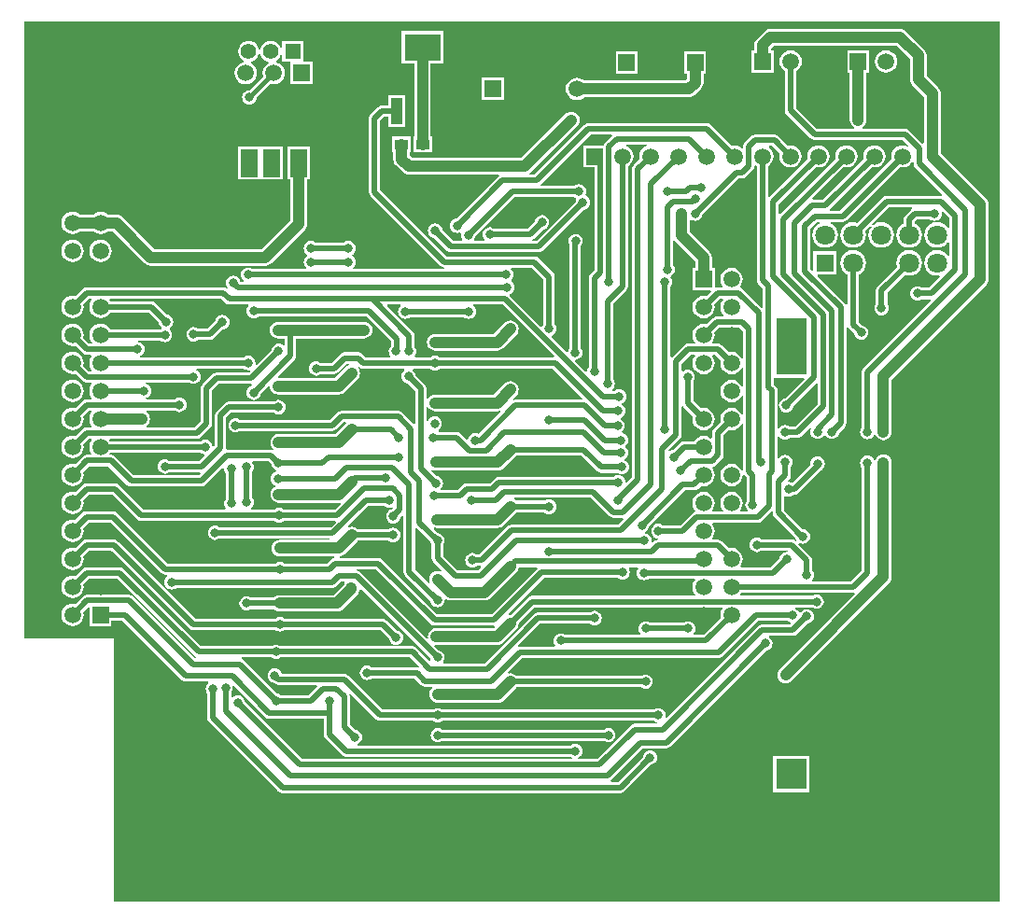
<source format=gtl>
G04 Layer_Physical_Order=1*
G04 Layer_Color=255*
%FSLAX25Y25*%
%MOIN*%
G70*
G01*
G75*
%ADD10R,0.12992X0.09449*%
%ADD11R,0.03937X0.09449*%
%ADD12R,0.04724X0.03543*%
%ADD13C,0.03937*%
%ADD14C,0.01969*%
%ADD15C,0.01500*%
%ADD16R,0.11811X0.30315*%
%ADD17R,0.67520X0.05709*%
%ADD18C,0.07087*%
%ADD19R,0.06394X0.06394*%
%ADD20R,0.05906X0.05906*%
%ADD21C,0.05906*%
%ADD22R,0.05512X0.05512*%
%ADD23C,0.05512*%
%ADD24C,0.11811*%
%ADD25R,0.15748X0.19685*%
%ADD26R,0.05906X0.09843*%
%ADD27R,0.05906X0.05906*%
%ADD28R,0.11024X0.11024*%
%ADD29C,0.03150*%
G36*
X316378Y0D02*
X0D01*
Y94252D01*
X-31890D01*
Y314500D01*
X316378D01*
Y0D01*
D02*
G37*
%LPC*%
G36*
X-4724Y236507D02*
X-5756Y236371D01*
X-6718Y235972D01*
X-7544Y235339D01*
X-8177Y234513D01*
X-8575Y233552D01*
X-8711Y232520D01*
X-8575Y231488D01*
X-8177Y230526D01*
X-7544Y229701D01*
X-6718Y229067D01*
X-5756Y228669D01*
X-4724Y228533D01*
X-3692Y228669D01*
X-2731Y229067D01*
X-1905Y229701D01*
X-1272Y230526D01*
X-873Y231488D01*
X-738Y232520D01*
X-873Y233552D01*
X-1272Y234513D01*
X-1905Y235339D01*
X-2731Y235972D01*
X-3692Y236371D01*
X-4724Y236507D01*
D02*
G37*
G36*
X70134Y269858D02*
X62228D01*
Y258016D01*
X63187D01*
Y243524D01*
X52933Y233270D01*
X14469D01*
X3101Y244637D01*
X2481Y245113D01*
X1759Y245412D01*
X984Y245514D01*
X-2133D01*
X-2731Y245972D01*
X-3692Y246371D01*
X-4724Y246507D01*
X-5756Y246371D01*
X-6718Y245972D01*
X-7316Y245514D01*
X-12133D01*
X-12731Y245972D01*
X-13692Y246371D01*
X-14724Y246507D01*
X-15756Y246371D01*
X-16718Y245972D01*
X-17544Y245339D01*
X-18177Y244513D01*
X-18575Y243552D01*
X-18711Y242520D01*
X-18575Y241488D01*
X-18177Y240526D01*
X-17544Y239701D01*
X-16718Y239067D01*
X-15756Y238669D01*
X-14724Y238533D01*
X-13692Y238669D01*
X-12731Y239067D01*
X-12133Y239526D01*
X-7316D01*
X-6718Y239067D01*
X-5756Y238669D01*
X-4724Y238533D01*
X-3692Y238669D01*
X-2731Y239067D01*
X-2133Y239526D01*
X-256D01*
X11111Y228158D01*
X11731Y227683D01*
X12030Y227559D01*
X12453Y227383D01*
X13228Y227281D01*
X54173D01*
X54948Y227383D01*
X55670Y227683D01*
X56290Y228158D01*
X68298Y240166D01*
X68774Y240786D01*
X69073Y241509D01*
X69175Y242284D01*
Y258016D01*
X70134D01*
Y269858D01*
D02*
G37*
G36*
X248480Y52181D02*
X235457D01*
Y39158D01*
X248480D01*
Y52181D01*
D02*
G37*
G36*
X-14724Y186506D02*
X-15756Y186371D01*
X-16718Y185972D01*
X-17544Y185339D01*
X-18177Y184513D01*
X-18575Y183552D01*
X-18711Y182520D01*
X-18575Y181488D01*
X-18177Y180526D01*
X-17544Y179701D01*
X-16718Y179067D01*
X-15756Y178669D01*
X-14724Y178533D01*
X-13692Y178669D01*
X-12731Y179067D01*
X-11905Y179701D01*
X-11272Y180526D01*
X-10873Y181488D01*
X-10738Y182520D01*
X-10873Y183552D01*
X-11272Y184513D01*
X-11905Y185339D01*
X-12731Y185972D01*
X-13692Y186371D01*
X-14724Y186506D01*
D02*
G37*
G36*
X39Y129543D02*
X-9724D01*
X-10499Y129389D01*
X-11155Y128950D01*
X-13730Y126376D01*
X-14724Y126506D01*
X-15756Y126371D01*
X-16718Y125972D01*
X-17544Y125339D01*
X-18177Y124513D01*
X-18575Y123552D01*
X-18711Y122520D01*
X-18575Y121488D01*
X-18177Y120526D01*
X-17544Y119701D01*
X-16718Y119067D01*
X-15756Y118669D01*
X-14724Y118533D01*
X-13692Y118669D01*
X-12731Y119067D01*
X-11905Y119701D01*
X-11272Y120526D01*
X-10873Y121488D01*
X-10738Y122520D01*
X-10869Y123514D01*
X-8886Y125497D01*
X-799D01*
X26971Y97727D01*
X27627Y97288D01*
X28402Y97134D01*
X57698D01*
X57993Y96908D01*
X58619Y96649D01*
X59291Y96561D01*
X59964Y96649D01*
X60590Y96908D01*
X60884Y97134D01*
X95280D01*
X98270Y94145D01*
X98318Y93777D01*
X98578Y93150D01*
X98990Y92612D01*
X99528Y92200D01*
X100155Y91940D01*
X100827Y91852D01*
X101499Y91940D01*
X102125Y92200D01*
X102663Y92612D01*
X103076Y93150D01*
X103335Y93777D01*
X103424Y94449D01*
X103335Y95121D01*
X103076Y95747D01*
X102663Y96285D01*
X102125Y96698D01*
X101499Y96957D01*
X101131Y97006D01*
X97549Y100588D01*
X96892Y101027D01*
X96118Y101181D01*
X60884D01*
X60590Y101407D01*
X59964Y101666D01*
X59291Y101754D01*
X58619Y101666D01*
X57993Y101407D01*
X57698Y101181D01*
X29240D01*
X1470Y128950D01*
X814Y129389D01*
X39Y129543D01*
D02*
G37*
G36*
X-14724Y236507D02*
X-15756Y236371D01*
X-16718Y235972D01*
X-17544Y235339D01*
X-18177Y234513D01*
X-18575Y233552D01*
X-18711Y232520D01*
X-18575Y231488D01*
X-18177Y230526D01*
X-17544Y229701D01*
X-16718Y229067D01*
X-15756Y228669D01*
X-14724Y228533D01*
X-13692Y228669D01*
X-12731Y229067D01*
X-11905Y229701D01*
X-11272Y230526D01*
X-10873Y231488D01*
X-10738Y232520D01*
X-10873Y233552D01*
X-11272Y234513D01*
X-11905Y235339D01*
X-12731Y235972D01*
X-13692Y236371D01*
X-14724Y236507D01*
D02*
G37*
G36*
X284016Y232811D02*
X282830Y232655D01*
X281725Y232197D01*
X280775Y231469D01*
X280047Y230520D01*
X279589Y229414D01*
X279433Y228228D01*
X279589Y227042D01*
X279700Y226774D01*
X272782Y219856D01*
X272343Y219199D01*
X272189Y218425D01*
Y213601D01*
X271964Y213306D01*
X271704Y212680D01*
X271616Y212008D01*
X271704Y211336D01*
X271964Y210709D01*
X272376Y210172D01*
X272914Y209759D01*
X273540Y209499D01*
X274213Y209411D01*
X274885Y209499D01*
X275511Y209759D01*
X276049Y210172D01*
X276462Y210709D01*
X276721Y211336D01*
X276810Y212008D01*
X276721Y212680D01*
X276462Y213306D01*
X276236Y213601D01*
Y217587D01*
X282562Y223913D01*
X282830Y223802D01*
X284016Y223646D01*
X285202Y223802D01*
X286307Y224260D01*
X287256Y224988D01*
X287984Y225937D01*
X288442Y227042D01*
X288598Y228228D01*
X288442Y229414D01*
X287984Y230520D01*
X287256Y231469D01*
X286307Y232197D01*
X285202Y232655D01*
X284016Y232811D01*
D02*
G37*
G36*
X187142Y303716D02*
X179236D01*
Y295811D01*
X187142D01*
Y303716D01*
D02*
G37*
G36*
X211551D02*
X203646D01*
Y295811D01*
X204604D01*
Y293799D01*
X204114Y293309D01*
X168036D01*
X167387Y293807D01*
X166426Y294205D01*
X165394Y294341D01*
X164362Y294205D01*
X163400Y293807D01*
X162575Y293174D01*
X161941Y292348D01*
X161543Y291386D01*
X161407Y290354D01*
X161543Y289322D01*
X161941Y288361D01*
X162575Y287535D01*
X163400Y286902D01*
X164362Y286503D01*
X165394Y286368D01*
X166426Y286503D01*
X167387Y286902D01*
X167933Y287321D01*
X205354D01*
X206129Y287423D01*
X206851Y287722D01*
X207471Y288198D01*
X209716Y290442D01*
X210191Y291062D01*
X210490Y291784D01*
X210593Y292559D01*
Y295811D01*
X211551D01*
Y303716D01*
D02*
G37*
G36*
X275866Y304144D02*
X274834Y304009D01*
X273873Y303610D01*
X273047Y302977D01*
X272413Y302151D01*
X272015Y301189D01*
X271879Y300157D01*
X272015Y299126D01*
X272413Y298164D01*
X273047Y297338D01*
X273873Y296705D01*
X274834Y296306D01*
X275866Y296171D01*
X276898Y296306D01*
X277860Y296705D01*
X278685Y297338D01*
X279319Y298164D01*
X279717Y299126D01*
X279853Y300157D01*
X279717Y301189D01*
X279319Y302151D01*
X278685Y302977D01*
X277860Y303610D01*
X276898Y304009D01*
X275866Y304144D01*
D02*
G37*
G36*
X56102Y307528D02*
X55122Y307399D01*
X54208Y307021D01*
X53424Y306419D01*
X52822Y305634D01*
X52443Y304721D01*
X52417Y304526D01*
X51913D01*
X51888Y304721D01*
X51509Y305634D01*
X50907Y306419D01*
X50122Y307021D01*
X49209Y307399D01*
X48228Y307528D01*
X47248Y307399D01*
X46334Y307021D01*
X45550Y306419D01*
X44948Y305634D01*
X44569Y304721D01*
X44440Y303740D01*
X44569Y302760D01*
X44948Y301846D01*
X45550Y301061D01*
X46334Y300459D01*
X46352Y300452D01*
X46284Y299939D01*
X46094Y299914D01*
X45132Y299516D01*
X44307Y298882D01*
X43673Y298056D01*
X43275Y297095D01*
X43139Y296063D01*
X43275Y295031D01*
X43673Y294070D01*
X44307Y293244D01*
X45132Y292610D01*
X46094Y292212D01*
X47126Y292076D01*
X48158Y292212D01*
X49119Y292610D01*
X49945Y293244D01*
X50579Y294070D01*
X50977Y295031D01*
X51113Y296063D01*
X50977Y297095D01*
X50579Y298056D01*
X49945Y298882D01*
X49119Y299516D01*
X49029Y299553D01*
X49097Y300066D01*
X49209Y300081D01*
X50122Y300459D01*
X50907Y301061D01*
X51509Y301846D01*
X51888Y302760D01*
X51913Y302954D01*
X52417D01*
X52443Y302760D01*
X52822Y301846D01*
X53424Y301061D01*
X54208Y300459D01*
X55122Y300081D01*
X55174Y300074D01*
X55242Y299561D01*
X55133Y299516D01*
X54307Y298882D01*
X53673Y298056D01*
X53275Y297095D01*
X53139Y296063D01*
X53275Y295031D01*
X53362Y294822D01*
X48490Y289951D01*
X48425Y289959D01*
X47753Y289871D01*
X47127Y289611D01*
X46589Y289199D01*
X46176Y288661D01*
X45917Y288034D01*
X45828Y287362D01*
X45917Y286690D01*
X46176Y286064D01*
X46589Y285526D01*
X47127Y285113D01*
X47753Y284854D01*
X48425Y284765D01*
X49097Y284854D01*
X49724Y285113D01*
X50262Y285526D01*
X50674Y286064D01*
X50934Y286690D01*
X51022Y287362D01*
X51014Y287427D01*
X55885Y292299D01*
X56094Y292212D01*
X57126Y292076D01*
X58158Y292212D01*
X59119Y292610D01*
X59945Y293244D01*
X60579Y294070D01*
X60977Y295031D01*
X61113Y296063D01*
X60977Y297095D01*
X60579Y298056D01*
X59945Y298882D01*
X59119Y299516D01*
X58158Y299914D01*
X58028Y299931D01*
X57960Y300444D01*
X57996Y300459D01*
X58781Y301061D01*
X59383Y301846D01*
X59720Y302660D01*
X60220Y302561D01*
Y299984D01*
X63173D01*
Y292110D01*
X71079D01*
Y300016D01*
X67732D01*
Y307496D01*
X60220D01*
Y304919D01*
X59720Y304820D01*
X59383Y305634D01*
X58781Y306419D01*
X57996Y307021D01*
X57083Y307399D01*
X56102Y307528D01*
D02*
G37*
G36*
X117732Y311000D02*
X102740D01*
Y299551D01*
X107242D01*
Y282441D01*
Y273402D01*
X106929D01*
Y267858D01*
X109226D01*
X109516Y267738D01*
X110291Y267636D01*
X111066Y267738D01*
X111357Y267858D01*
X113654D01*
Y273402D01*
X113230D01*
Y282441D01*
Y299551D01*
X117732D01*
Y311000D01*
D02*
G37*
G36*
X60291Y269858D02*
X44512D01*
Y258016D01*
X60291D01*
Y269858D01*
D02*
G37*
G36*
X139347Y294307D02*
X131441D01*
Y286402D01*
X139347D01*
Y294307D01*
D02*
G37*
G36*
X280748Y311813D02*
X234488D01*
X233713Y311711D01*
X232991Y311412D01*
X232371Y310936D01*
X229615Y308180D01*
X229139Y307560D01*
X228840Y306838D01*
X228738Y306063D01*
Y304110D01*
X227780D01*
Y296205D01*
X235685D01*
Y304110D01*
X234726D01*
Y304823D01*
X235728Y305825D01*
X279508D01*
X284250Y301083D01*
Y293858D01*
X284352Y293083D01*
X284651Y292361D01*
X285127Y291741D01*
X289368Y287500D01*
Y271090D01*
X288868Y270883D01*
X284147Y275604D01*
X283491Y276042D01*
X282716Y276196D01*
X267458D01*
X267358Y276696D01*
X267363Y276698D01*
X267983Y277174D01*
X268459Y277794D01*
X268758Y278516D01*
X268860Y279291D01*
Y296205D01*
X269819D01*
Y304110D01*
X261913D01*
Y296205D01*
X262872D01*
Y279291D01*
X262974Y278516D01*
X263273Y277794D01*
X263749Y277174D01*
X264369Y276698D01*
X264374Y276696D01*
X264275Y276196D01*
X251074D01*
X243755Y283515D01*
Y296727D01*
X244551Y297338D01*
X245185Y298164D01*
X245583Y299126D01*
X245719Y300157D01*
X245583Y301189D01*
X245185Y302151D01*
X244551Y302977D01*
X243726Y303610D01*
X242764Y304009D01*
X241732Y304144D01*
X240700Y304009D01*
X239739Y303610D01*
X238913Y302977D01*
X238280Y302151D01*
X237881Y301189D01*
X237745Y300157D01*
X237881Y299126D01*
X238280Y298164D01*
X238913Y297338D01*
X239709Y296727D01*
Y282677D01*
X239863Y281903D01*
X240302Y281247D01*
X248806Y272743D01*
X249462Y272304D01*
X250236Y272150D01*
X281878D01*
X283798Y270231D01*
X283515Y269807D01*
X282685Y270150D01*
X281653Y270286D01*
X280622Y270150D01*
X279660Y269752D01*
X278834Y269118D01*
X278201Y268293D01*
X277802Y267331D01*
X277667Y266299D01*
X277798Y265304D01*
X259398Y246905D01*
X255780D01*
X255624Y247334D01*
X255620Y247405D01*
X270659Y262443D01*
X271654Y262312D01*
X272685Y262448D01*
X273647Y262846D01*
X274473Y263480D01*
X275106Y264306D01*
X275505Y265267D01*
X275640Y266299D01*
X275505Y267331D01*
X275106Y268293D01*
X274473Y269118D01*
X273647Y269752D01*
X272685Y270150D01*
X271654Y270286D01*
X270622Y270150D01*
X269660Y269752D01*
X268834Y269118D01*
X268201Y268293D01*
X267803Y267331D01*
X267667Y266299D01*
X267798Y265304D01*
X253335Y250842D01*
X249765D01*
X249557Y251342D01*
X260659Y262443D01*
X261653Y262312D01*
X262685Y262448D01*
X263647Y262846D01*
X264473Y263480D01*
X265106Y264306D01*
X265505Y265267D01*
X265640Y266299D01*
X265505Y267331D01*
X265106Y268293D01*
X264473Y269118D01*
X263647Y269752D01*
X262685Y270150D01*
X261653Y270286D01*
X260622Y270150D01*
X259660Y269752D01*
X258834Y269118D01*
X258201Y268293D01*
X257803Y267331D01*
X257667Y266299D01*
X257798Y265304D01*
X237956Y245463D01*
X237456Y245670D01*
Y249241D01*
X250659Y262443D01*
X251654Y262312D01*
X252685Y262448D01*
X253647Y262846D01*
X254473Y263480D01*
X255106Y264306D01*
X255505Y265267D01*
X255640Y266299D01*
X255505Y267331D01*
X255106Y268293D01*
X254473Y269118D01*
X253647Y269752D01*
X252685Y270150D01*
X251654Y270286D01*
X250622Y270150D01*
X249660Y269752D01*
X248834Y269118D01*
X248201Y268293D01*
X247802Y267331D01*
X247667Y266299D01*
X247798Y265304D01*
X234177Y251683D01*
X233677Y251891D01*
Y262869D01*
X234473Y263480D01*
X235106Y264306D01*
X235505Y265267D01*
X235640Y266299D01*
X235505Y267331D01*
X235106Y268293D01*
X234473Y269118D01*
X233944Y269524D01*
X234114Y270024D01*
X235068D01*
X237798Y267294D01*
X237667Y266299D01*
X237803Y265267D01*
X238201Y264306D01*
X238834Y263480D01*
X239660Y262846D01*
X240622Y262448D01*
X241653Y262312D01*
X242685Y262448D01*
X243647Y262846D01*
X244473Y263480D01*
X245106Y264306D01*
X245505Y265267D01*
X245640Y266299D01*
X245505Y267331D01*
X245106Y268293D01*
X244473Y269118D01*
X243647Y269752D01*
X242685Y270150D01*
X241653Y270286D01*
X240659Y270155D01*
X237336Y273478D01*
X236680Y273916D01*
X235906Y274070D01*
X228937D01*
X228163Y273916D01*
X227506Y273478D01*
X225341Y271312D01*
X224903Y270656D01*
X224748Y269882D01*
Y269537D01*
X224249Y269290D01*
X223647Y269752D01*
X222685Y270150D01*
X221654Y270286D01*
X220659Y270155D01*
X213242Y277572D01*
X212585Y278011D01*
X211811Y278165D01*
X169449D01*
X168675Y278011D01*
X168018Y277572D01*
X150146Y259700D01*
X148498D01*
X148360Y260036D01*
X148357Y260200D01*
X148928Y260639D01*
X165464Y277174D01*
X165939Y277794D01*
X166239Y278516D01*
X166341Y279291D01*
X166239Y280066D01*
X165939Y280788D01*
X165464Y281409D01*
X164844Y281884D01*
X164121Y282183D01*
X163347Y282285D01*
X162572Y282183D01*
X161849Y281884D01*
X161229Y281409D01*
X145571Y265750D01*
X106595D01*
X105805Y266539D01*
Y267858D01*
X106173D01*
Y273402D01*
X103877D01*
X103586Y273522D01*
X102811Y273624D01*
X102036Y273522D01*
X101745Y273402D01*
X99449D01*
Y267858D01*
X99817D01*
Y265299D01*
X99919Y264524D01*
X100218Y263802D01*
X100694Y263182D01*
X103237Y260639D01*
X103857Y260163D01*
X104156Y260039D01*
X104579Y259864D01*
X105354Y259762D01*
X137507D01*
X137658Y259262D01*
X137428Y259108D01*
X122373Y244053D01*
X122005Y244005D01*
X121379Y243745D01*
X120841Y243332D01*
X120428Y242795D01*
X120169Y242168D01*
X120080Y241496D01*
X120169Y240824D01*
X120428Y240198D01*
X120841Y239660D01*
X121379Y239247D01*
X122005Y238987D01*
X122677Y238899D01*
X123349Y238987D01*
X123723Y239142D01*
X124106Y238760D01*
X124066Y238664D01*
X123978Y237992D01*
X124066Y237320D01*
X124326Y236694D01*
X124414Y236578D01*
X124168Y236078D01*
X121310D01*
X117321Y240068D01*
X117272Y240436D01*
X117013Y241062D01*
X116600Y241600D01*
X116062Y242013D01*
X115436Y242272D01*
X114764Y242361D01*
X114092Y242272D01*
X113465Y242013D01*
X112927Y241600D01*
X112515Y241062D01*
X112255Y240436D01*
X112167Y239764D01*
X112255Y239092D01*
X112515Y238465D01*
X112927Y237927D01*
X113465Y237515D01*
X114092Y237255D01*
X114460Y237207D01*
X119042Y232625D01*
X119698Y232186D01*
X120472Y232032D01*
X151772D01*
X152546Y232186D01*
X153202Y232625D01*
X167824Y247246D01*
X168192Y247295D01*
X168818Y247554D01*
X169356Y247967D01*
X169769Y248505D01*
X170028Y249131D01*
X170117Y249803D01*
X170028Y250475D01*
X169769Y251102D01*
X169356Y251640D01*
X168818Y252052D01*
X168703Y252100D01*
X168507Y252722D01*
X168650Y253068D01*
X168739Y253740D01*
X168650Y254412D01*
X168391Y255039D01*
X167978Y255577D01*
X167440Y255989D01*
X166814Y256249D01*
X166142Y256337D01*
X165470Y256249D01*
X164843Y255989D01*
X164549Y255763D01*
X152592D01*
X152435Y256192D01*
X152431Y256263D01*
X170287Y274119D01*
X177716D01*
X177923Y273619D01*
X175381Y271076D01*
X174942Y270420D01*
X174908Y270252D01*
X167701D01*
Y262347D01*
X171599D01*
Y225641D01*
X170223Y224265D01*
X169784Y223609D01*
X169630Y222835D01*
Y190963D01*
X169404Y190669D01*
X169145Y190042D01*
X169087Y189600D01*
X168567Y189412D01*
X164806Y193173D01*
X164993Y193693D01*
X165436Y193751D01*
X166062Y194011D01*
X166600Y194423D01*
X167013Y194961D01*
X167272Y195588D01*
X167361Y196260D01*
X167272Y196932D01*
X167013Y197558D01*
X166787Y197853D01*
Y234179D01*
X166797Y234187D01*
X167210Y234725D01*
X167469Y235351D01*
X167558Y236024D01*
X167469Y236696D01*
X167210Y237322D01*
X166797Y237860D01*
X166259Y238273D01*
X165633Y238532D01*
X164961Y238621D01*
X164288Y238532D01*
X163662Y238273D01*
X163124Y237860D01*
X162712Y237322D01*
X162452Y236696D01*
X162364Y236024D01*
X162452Y235351D01*
X162712Y234725D01*
X162741Y234687D01*
Y197853D01*
X162515Y197558D01*
X162255Y196932D01*
X162197Y196489D01*
X161677Y196302D01*
X156225Y201754D01*
X156387Y202300D01*
X156810Y202475D01*
X157348Y202888D01*
X157761Y203426D01*
X158020Y204052D01*
X158109Y204724D01*
X158020Y205397D01*
X157761Y206023D01*
X157535Y206317D01*
Y223228D01*
X157381Y224003D01*
X156942Y224659D01*
X151627Y229974D01*
X150971Y230412D01*
X150197Y230566D01*
X118948D01*
X95173Y254342D01*
Y279044D01*
X96547Y280418D01*
X98213D01*
Y276716D01*
X104150D01*
Y288165D01*
X98213D01*
Y284464D01*
X95709D01*
X94934Y284310D01*
X94278Y283872D01*
X91719Y281312D01*
X91281Y280656D01*
X91127Y279882D01*
Y253504D01*
X91281Y252730D01*
X91719Y252073D01*
X116680Y227113D01*
X117336Y226674D01*
X118016Y226539D01*
X117967Y226039D01*
X85645D01*
X85476Y226539D01*
X85695Y226707D01*
X86107Y227245D01*
X86367Y227871D01*
X86455Y228543D01*
X86367Y229216D01*
X86107Y229842D01*
X85695Y230380D01*
X85257Y230716D01*
X85210Y230949D01*
Y231059D01*
X85257Y231292D01*
X85695Y231628D01*
X86107Y232166D01*
X86367Y232792D01*
X86455Y233465D01*
X86367Y234137D01*
X86107Y234763D01*
X85695Y235301D01*
X85157Y235714D01*
X84530Y235973D01*
X83858Y236062D01*
X83186Y235973D01*
X82560Y235714D01*
X82265Y235488D01*
X72065D01*
X71771Y235714D01*
X71145Y235973D01*
X70472Y236062D01*
X69800Y235973D01*
X69174Y235714D01*
X68636Y235301D01*
X68223Y234763D01*
X67964Y234137D01*
X67875Y233465D01*
X67964Y232792D01*
X68223Y232166D01*
X68636Y231628D01*
X69074Y231292D01*
X69121Y231059D01*
Y230949D01*
X69074Y230716D01*
X68636Y230380D01*
X68223Y229842D01*
X67964Y229216D01*
X67875Y228543D01*
X67964Y227871D01*
X68223Y227245D01*
X68636Y226707D01*
X68855Y226539D01*
X68685Y226039D01*
X49625D01*
X49330Y226265D01*
X48704Y226524D01*
X48031Y226613D01*
X47359Y226524D01*
X46733Y226265D01*
X46195Y225852D01*
X45783Y225314D01*
X45523Y224688D01*
X45434Y224016D01*
X45523Y223344D01*
X45783Y222717D01*
X46195Y222179D01*
X46414Y222011D01*
X46244Y221511D01*
X45255D01*
X45225Y221735D01*
X44966Y222361D01*
X44553Y222899D01*
X44015Y223312D01*
X43389Y223571D01*
X42717Y223660D01*
X42044Y223571D01*
X41418Y223312D01*
X40880Y222899D01*
X40468Y222361D01*
X40208Y221735D01*
X40119Y221063D01*
X40208Y220391D01*
X40468Y219764D01*
X40659Y219514D01*
X40313Y219145D01*
X39947Y219389D01*
X39173Y219543D01*
X-9724D01*
X-10499Y219389D01*
X-11155Y218950D01*
X-13730Y216376D01*
X-14724Y216507D01*
X-15756Y216371D01*
X-16718Y215972D01*
X-17544Y215339D01*
X-18177Y214513D01*
X-18575Y213552D01*
X-18711Y212520D01*
X-18575Y211488D01*
X-18177Y210526D01*
X-17544Y209701D01*
X-16718Y209067D01*
X-15756Y208669D01*
X-14724Y208533D01*
X-13692Y208669D01*
X-12731Y209067D01*
X-11905Y209701D01*
X-11272Y210526D01*
X-10873Y211488D01*
X-10738Y212520D01*
X-10869Y213514D01*
X-8886Y215497D01*
X-8053D01*
X-7806Y214997D01*
X-8177Y214513D01*
X-8575Y213552D01*
X-8711Y212520D01*
X-8575Y211488D01*
X-8177Y210526D01*
X-7544Y209701D01*
X-6718Y209067D01*
X-5756Y208669D01*
X-4724Y208533D01*
X-3692Y208669D01*
X-2731Y209067D01*
X-1905Y209701D01*
X-1295Y210497D01*
X12627D01*
X16144Y206979D01*
X16192Y206611D01*
X16452Y205985D01*
X16864Y205447D01*
X17017Y205330D01*
X16970Y204774D01*
X16948Y204753D01*
X16675Y204543D01*
X-1295D01*
X-1905Y205339D01*
X-2731Y205972D01*
X-3692Y206371D01*
X-4724Y206507D01*
X-5756Y206371D01*
X-6718Y205972D01*
X-7544Y205339D01*
X-8177Y204513D01*
X-8575Y203552D01*
X-8711Y202520D01*
X-8575Y201488D01*
X-8177Y200526D01*
X-7746Y199964D01*
X-7992Y199464D01*
X-8808D01*
X-10869Y201525D01*
X-10738Y202520D01*
X-10873Y203552D01*
X-11272Y204513D01*
X-11905Y205339D01*
X-12731Y205972D01*
X-13692Y206371D01*
X-14724Y206507D01*
X-15756Y206371D01*
X-16718Y205972D01*
X-17544Y205339D01*
X-18177Y204513D01*
X-18575Y203552D01*
X-18711Y202520D01*
X-18575Y201488D01*
X-18177Y200526D01*
X-17544Y199700D01*
X-16718Y199067D01*
X-15756Y198669D01*
X-14724Y198533D01*
X-13730Y198664D01*
X-11076Y196010D01*
X-10420Y195572D01*
X-9646Y195418D01*
X-8113D01*
X-7867Y194918D01*
X-8177Y194513D01*
X-8575Y193552D01*
X-8711Y192520D01*
X-8575Y191488D01*
X-8177Y190526D01*
X-7836Y190082D01*
X-8083Y189582D01*
X-8926D01*
X-10869Y191525D01*
X-10738Y192520D01*
X-10873Y193552D01*
X-11272Y194513D01*
X-11905Y195339D01*
X-12731Y195972D01*
X-13692Y196371D01*
X-14724Y196507D01*
X-15756Y196371D01*
X-16718Y195972D01*
X-17544Y195339D01*
X-18177Y194513D01*
X-18575Y193552D01*
X-18711Y192520D01*
X-18575Y191488D01*
X-18177Y190526D01*
X-17544Y189700D01*
X-16718Y189067D01*
X-15756Y188669D01*
X-14724Y188533D01*
X-13730Y188664D01*
X-11194Y186128D01*
X-10538Y185690D01*
X-9764Y185536D01*
X-8022D01*
X-7776Y185036D01*
X-8177Y184513D01*
X-8575Y183552D01*
X-8711Y182520D01*
X-8575Y181488D01*
X-8177Y180526D01*
X-7806Y180043D01*
X-8053Y179543D01*
X-9724D01*
X-10499Y179389D01*
X-11155Y178950D01*
X-13730Y176376D01*
X-14724Y176506D01*
X-15756Y176371D01*
X-16718Y175972D01*
X-17544Y175339D01*
X-18177Y174513D01*
X-18575Y173552D01*
X-18711Y172520D01*
X-18575Y171488D01*
X-18177Y170526D01*
X-17544Y169701D01*
X-16718Y169067D01*
X-15756Y168669D01*
X-14724Y168533D01*
X-13692Y168669D01*
X-12731Y169067D01*
X-11905Y169701D01*
X-11272Y170526D01*
X-10873Y171488D01*
X-10738Y172520D01*
X-10869Y173514D01*
X-8886Y175497D01*
X-8053D01*
X-7806Y174997D01*
X-8177Y174513D01*
X-8575Y173552D01*
X-8711Y172520D01*
X-8575Y171488D01*
X-8177Y170526D01*
X-7776Y170003D01*
X-8022Y169503D01*
X-9764D01*
X-10538Y169349D01*
X-11194Y168911D01*
X-13730Y166376D01*
X-14724Y166507D01*
X-15756Y166371D01*
X-16718Y165972D01*
X-17544Y165339D01*
X-18177Y164513D01*
X-18575Y163552D01*
X-18711Y162520D01*
X-18575Y161488D01*
X-18177Y160526D01*
X-17544Y159701D01*
X-16718Y159067D01*
X-15756Y158669D01*
X-14724Y158533D01*
X-13692Y158669D01*
X-12731Y159067D01*
X-11905Y159701D01*
X-11272Y160526D01*
X-10873Y161488D01*
X-10738Y162520D01*
X-10869Y163514D01*
X-8926Y165457D01*
X-8083D01*
X-7836Y164957D01*
X-8177Y164513D01*
X-8575Y163552D01*
X-8711Y162520D01*
X-8575Y161488D01*
X-8177Y160526D01*
X-7897Y160161D01*
X-8143Y159661D01*
X-9606D01*
X-10380Y159507D01*
X-11037Y159068D01*
X-13730Y156376D01*
X-14724Y156507D01*
X-15756Y156371D01*
X-16718Y155972D01*
X-17544Y155339D01*
X-18177Y154513D01*
X-18575Y153552D01*
X-18711Y152520D01*
X-18575Y151488D01*
X-18177Y150526D01*
X-17544Y149700D01*
X-16718Y149067D01*
X-15756Y148669D01*
X-14724Y148533D01*
X-13692Y148669D01*
X-12731Y149067D01*
X-11905Y149700D01*
X-11272Y150526D01*
X-10873Y151488D01*
X-10738Y152520D01*
X-10869Y153515D01*
X-8768Y155615D01*
X-1783D01*
X4869Y148963D01*
X5525Y148525D01*
X6299Y148371D01*
X31299D01*
X32073Y148525D01*
X32730Y148963D01*
X38879Y155112D01*
X39352Y154879D01*
X39332Y154724D01*
X39421Y154052D01*
X39680Y153426D01*
X39906Y153131D01*
Y143916D01*
X39680Y143621D01*
X39421Y142995D01*
X39332Y142323D01*
X39421Y141651D01*
X39680Y141024D01*
X39962Y140657D01*
X39740Y140157D01*
X10539D01*
X1667Y149029D01*
X1010Y149468D01*
X236Y149622D01*
X-9646D01*
X-10420Y149468D01*
X-11076Y149029D01*
X-13730Y146376D01*
X-14724Y146507D01*
X-15756Y146371D01*
X-16718Y145972D01*
X-17544Y145339D01*
X-18177Y144513D01*
X-18575Y143552D01*
X-18711Y142520D01*
X-18575Y141488D01*
X-18177Y140526D01*
X-17544Y139700D01*
X-16718Y139067D01*
X-15756Y138669D01*
X-14724Y138533D01*
X-13692Y138669D01*
X-12731Y139067D01*
X-11905Y139700D01*
X-11272Y140526D01*
X-10873Y141488D01*
X-10738Y142520D01*
X-10869Y143515D01*
X-8808Y145575D01*
X-602D01*
X8270Y136703D01*
X8927Y136265D01*
X9701Y136111D01*
X57502D01*
X57796Y135885D01*
X58422Y135625D01*
X59095Y135537D01*
X59767Y135625D01*
X60393Y135885D01*
X60688Y136111D01*
X79078D01*
X79285Y135611D01*
X77587Y133913D01*
X37813D01*
X37519Y134139D01*
X36893Y134398D01*
X36220Y134487D01*
X35548Y134398D01*
X34922Y134139D01*
X34384Y133726D01*
X33971Y133188D01*
X33712Y132562D01*
X33623Y131890D01*
X33712Y131218D01*
X33971Y130591D01*
X34384Y130053D01*
X34922Y129641D01*
X35548Y129381D01*
X36220Y129293D01*
X36893Y129381D01*
X37519Y129641D01*
X37813Y129867D01*
X76841D01*
X76936Y129709D01*
X76729Y129317D01*
X59291D01*
X58516Y129215D01*
X57794Y128916D01*
X57174Y128440D01*
X56698Y127820D01*
X56399Y127098D01*
X56297Y126323D01*
X56399Y125548D01*
X56698Y124826D01*
X57174Y124206D01*
X57794Y123730D01*
X58516Y123431D01*
X59291Y123329D01*
X78584D01*
X78633Y122829D01*
X78163Y122735D01*
X77506Y122297D01*
X76075Y120866D01*
X61081D01*
X60787Y121092D01*
X60160Y121351D01*
X59488Y121440D01*
X58816Y121351D01*
X58190Y121092D01*
X57895Y120866D01*
X19200D01*
X1076Y138990D01*
X420Y139428D01*
X-354Y139582D01*
X-9685D01*
X-10459Y139428D01*
X-11116Y138990D01*
X-13730Y136376D01*
X-14724Y136506D01*
X-15756Y136371D01*
X-16718Y135972D01*
X-17544Y135339D01*
X-18177Y134513D01*
X-18575Y133552D01*
X-18711Y132520D01*
X-18575Y131488D01*
X-18177Y130526D01*
X-17544Y129701D01*
X-16718Y129067D01*
X-15756Y128669D01*
X-14724Y128533D01*
X-13692Y128669D01*
X-12731Y129067D01*
X-11905Y129701D01*
X-11272Y130526D01*
X-10873Y131488D01*
X-10738Y132520D01*
X-10869Y133514D01*
X-8847Y135536D01*
X-1192D01*
X16932Y117412D01*
X17588Y116973D01*
X18362Y116819D01*
X19068D01*
X19237Y116319D01*
X18833Y116010D01*
X18420Y115472D01*
X18161Y114845D01*
X18072Y114173D01*
X18161Y113501D01*
X18420Y112875D01*
X18833Y112337D01*
X19371Y111924D01*
X19997Y111665D01*
X20669Y111576D01*
X21341Y111665D01*
X21968Y111924D01*
X22262Y112150D01*
X78150D01*
X78924Y112304D01*
X79580Y112743D01*
X81153Y114315D01*
X82311D01*
X82557Y113815D01*
X82289Y113466D01*
X82252Y113376D01*
X78508Y109632D01*
X59291D01*
X58516Y109530D01*
X57794Y109231D01*
X57174Y108755D01*
X57102Y108661D01*
X49089D01*
X48794Y108887D01*
X48168Y109146D01*
X47496Y109235D01*
X46824Y109146D01*
X46198Y108887D01*
X45660Y108474D01*
X45247Y107936D01*
X44987Y107310D01*
X44899Y106638D01*
X44987Y105966D01*
X45247Y105339D01*
X45660Y104801D01*
X46198Y104389D01*
X46824Y104129D01*
X47496Y104041D01*
X48168Y104129D01*
X48794Y104389D01*
X49089Y104615D01*
X57102D01*
X57174Y104521D01*
X57794Y104045D01*
X58516Y103746D01*
X59291Y103644D01*
X79748D01*
X80523Y103746D01*
X81245Y104045D01*
X81865Y104521D01*
X86999Y109654D01*
X87475Y110275D01*
X87774Y110997D01*
X87844Y111525D01*
X88371Y111704D01*
X113034Y87042D01*
X113082Y86674D01*
X113171Y86461D01*
X112747Y86177D01*
X108163Y90761D01*
X107507Y91200D01*
X106732Y91354D01*
X59506D01*
X59212Y91580D01*
X58586Y91839D01*
X57913Y91928D01*
X57241Y91839D01*
X56615Y91580D01*
X56320Y91354D01*
X31192D01*
X3635Y118911D01*
X2979Y119349D01*
X2205Y119503D01*
X-9764D01*
X-10538Y119349D01*
X-11194Y118911D01*
X-13730Y116376D01*
X-14724Y116507D01*
X-15756Y116371D01*
X-16718Y115972D01*
X-17544Y115339D01*
X-18177Y114513D01*
X-18575Y113552D01*
X-18711Y112520D01*
X-18575Y111488D01*
X-18177Y110526D01*
X-17544Y109701D01*
X-16718Y109067D01*
X-15756Y108669D01*
X-14724Y108533D01*
X-13692Y108669D01*
X-12731Y109067D01*
X-11905Y109701D01*
X-11272Y110526D01*
X-10873Y111488D01*
X-10738Y112520D01*
X-10869Y113514D01*
X-8926Y115457D01*
X1367D01*
X28924Y87900D01*
X29406Y87578D01*
X29282Y87059D01*
X29022Y87028D01*
X6982Y109068D01*
X6325Y109507D01*
X5551Y109661D01*
X-9606D01*
X-10380Y109507D01*
X-11037Y109068D01*
X-13730Y106376D01*
X-14724Y106507D01*
X-15756Y106371D01*
X-16718Y105972D01*
X-17544Y105339D01*
X-18177Y104513D01*
X-18575Y103552D01*
X-18711Y102520D01*
X-18575Y101488D01*
X-18177Y100526D01*
X-17544Y99700D01*
X-16718Y99067D01*
X-15756Y98669D01*
X-14724Y98533D01*
X-13692Y98669D01*
X-12731Y99067D01*
X-11905Y99700D01*
X-11272Y100526D01*
X-10873Y101488D01*
X-10738Y102520D01*
X-10869Y103515D01*
X-9177Y105206D01*
X-8677Y104999D01*
Y98567D01*
X-772D01*
Y100497D01*
X3138D01*
X24357Y79278D01*
X25013Y78839D01*
X25787Y78685D01*
X33646D01*
X33816Y78185D01*
X33597Y78017D01*
X33184Y77480D01*
X32925Y76853D01*
X32836Y76181D01*
X32925Y75509D01*
X33184Y74883D01*
X33410Y74588D01*
Y65748D01*
X33564Y64974D01*
X34003Y64318D01*
X58806Y39514D01*
X59462Y39076D01*
X60236Y38922D01*
X180905D01*
X181680Y39076D01*
X182336Y39514D01*
X191840Y49018D01*
X192208Y49066D01*
X192834Y49326D01*
X193372Y49738D01*
X193784Y50276D01*
X194044Y50903D01*
X194132Y51575D01*
X194044Y52247D01*
X193784Y52873D01*
X193372Y53411D01*
X192834Y53824D01*
X192208Y54083D01*
X191535Y54172D01*
X190863Y54083D01*
X190237Y53824D01*
X189699Y53411D01*
X189286Y52873D01*
X189027Y52247D01*
X188979Y51879D01*
X180068Y42968D01*
X177691D01*
X177539Y43468D01*
X177808Y43648D01*
X189027Y54867D01*
X197244D01*
X198018Y55021D01*
X198675Y55459D01*
X232981Y89766D01*
X233349Y89814D01*
X233976Y90074D01*
X234513Y90487D01*
X234926Y91024D01*
X235186Y91651D01*
X235274Y92323D01*
X235186Y92995D01*
X234926Y93621D01*
X234513Y94159D01*
X234038Y94524D01*
X234053Y94747D01*
X234177Y95024D01*
X242520D01*
X243294Y95178D01*
X243950Y95617D01*
X247745Y99411D01*
X248113Y99460D01*
X248739Y99719D01*
X249277Y100132D01*
X249690Y100670D01*
X249950Y101296D01*
X250038Y101969D01*
X249950Y102641D01*
X249690Y103267D01*
X249277Y103805D01*
X248739Y104218D01*
X248113Y104477D01*
X247441Y104566D01*
X246769Y104477D01*
X246142Y104218D01*
X245605Y103805D01*
X245247Y103338D01*
X244952Y103316D01*
X244693Y103369D01*
X244572Y103661D01*
X244159Y104199D01*
X243621Y104611D01*
X243262Y104760D01*
X243361Y105260D01*
X249391D01*
X249686Y105034D01*
X250312Y104775D01*
X250984Y104686D01*
X251656Y104775D01*
X252283Y105034D01*
X252821Y105447D01*
X253233Y105985D01*
X253493Y106611D01*
X253581Y107283D01*
X253493Y107956D01*
X253233Y108582D01*
X252821Y109120D01*
X252283Y109532D01*
X251656Y109792D01*
X250984Y109880D01*
X250312Y109792D01*
X249686Y109532D01*
X249391Y109307D01*
X223832D01*
X223615Y109807D01*
X224099Y110438D01*
X264035D01*
X264434Y110517D01*
X264680Y110056D01*
X237843Y83219D01*
X237368Y82599D01*
X237069Y81877D01*
X236966Y81102D01*
X237069Y80327D01*
X237368Y79605D01*
X237843Y78985D01*
X238464Y78509D01*
X239186Y78210D01*
X239961Y78108D01*
X240736Y78210D01*
X241458Y78509D01*
X242078Y78985D01*
X276960Y113867D01*
X277435Y114487D01*
X277559Y114786D01*
X277735Y115209D01*
X277837Y115984D01*
Y156890D01*
X277735Y157665D01*
X277435Y158387D01*
X276960Y159007D01*
X276340Y159483D01*
X275618Y159782D01*
X274843Y159884D01*
X274068Y159782D01*
X273345Y159483D01*
X272725Y159007D01*
X272250Y158387D01*
X272038Y157875D01*
X271496Y157875D01*
X271383Y158149D01*
X270970Y158687D01*
X270432Y159099D01*
X269806Y159359D01*
X269134Y159447D01*
X268462Y159359D01*
X267835Y159099D01*
X267298Y158687D01*
X266885Y158149D01*
X266625Y157523D01*
X266537Y156850D01*
X266625Y156178D01*
X266885Y155552D01*
X267111Y155257D01*
Y118397D01*
X263197Y114484D01*
X249487D01*
X249345Y114984D01*
X249690Y115434D01*
X249950Y116060D01*
X250038Y116732D01*
X249950Y117404D01*
X249690Y118031D01*
X249464Y118325D01*
Y122047D01*
X249310Y122821D01*
X248871Y123478D01*
X244492Y127858D01*
X244764Y128263D01*
X245391Y128003D01*
X246063Y127915D01*
X246735Y128003D01*
X247361Y128263D01*
X247899Y128675D01*
X248312Y129213D01*
X248571Y129840D01*
X248660Y130512D01*
X248571Y131184D01*
X248312Y131810D01*
X247899Y132348D01*
X247361Y132761D01*
X246735Y133020D01*
X246140Y133099D01*
X239425Y139814D01*
Y144918D01*
X239925Y145119D01*
X240470Y144893D01*
X241142Y144805D01*
X241814Y144893D01*
X242440Y145152D01*
X242735Y145378D01*
X243110D01*
X243884Y145533D01*
X244541Y145971D01*
X252808Y154239D01*
X252959Y154464D01*
X253214Y154660D01*
X253627Y155198D01*
X253887Y155824D01*
X253975Y156496D01*
X253887Y157168D01*
X253627Y157795D01*
X253214Y158332D01*
X252677Y158745D01*
X252050Y159005D01*
X251378Y159093D01*
X250706Y159005D01*
X250079Y158745D01*
X249542Y158332D01*
X249129Y157795D01*
X248869Y157168D01*
X248781Y156496D01*
X248846Y155999D01*
X242473Y149626D01*
X242440Y149651D01*
X241814Y149910D01*
X241142Y149999D01*
X240942Y149972D01*
X240709Y150446D01*
X241194Y150932D01*
X241633Y151588D01*
X241787Y152362D01*
Y155494D01*
X242013Y155788D01*
X242272Y156414D01*
X242361Y157087D01*
X242272Y157759D01*
X242013Y158385D01*
X241600Y158923D01*
X241062Y159336D01*
X240436Y159595D01*
X239764Y159684D01*
X239092Y159595D01*
X238465Y159336D01*
X237927Y158923D01*
X237562Y158447D01*
X237340Y158463D01*
X237063Y158586D01*
Y166224D01*
X237340Y166347D01*
X237562Y166363D01*
X237927Y165887D01*
X238465Y165474D01*
X239092Y165215D01*
X239764Y165127D01*
X240436Y165215D01*
X241062Y165474D01*
X241357Y165700D01*
X244102D01*
X244876Y165855D01*
X245532Y166293D01*
X248724Y169485D01*
X249129Y169212D01*
X248869Y168586D01*
X248781Y167913D01*
X248869Y167241D01*
X249129Y166615D01*
X249542Y166077D01*
X250079Y165664D01*
X250706Y165405D01*
X251378Y165316D01*
X252050Y165405D01*
X252677Y165664D01*
X253214Y166077D01*
X253627Y166615D01*
X253666Y166710D01*
X254208D01*
X254247Y166615D01*
X254660Y166077D01*
X255198Y165664D01*
X255824Y165405D01*
X256496Y165316D01*
X257168Y165405D01*
X257795Y165664D01*
X258332Y166077D01*
X258745Y166615D01*
X259005Y167241D01*
X259053Y167609D01*
X261076Y169632D01*
X261515Y170289D01*
X261669Y171063D01*
Y205165D01*
X262132Y205457D01*
X262169Y205452D01*
X262585Y204829D01*
X264372Y203042D01*
X264421Y202674D01*
X264680Y202048D01*
X265093Y201510D01*
X265631Y201097D01*
X266257Y200838D01*
X266929Y200749D01*
X267601Y200838D01*
X268228Y201097D01*
X268765Y201510D01*
X269178Y202048D01*
X269438Y202674D01*
X269526Y203346D01*
X269438Y204019D01*
X269178Y204645D01*
X268765Y205183D01*
X268228Y205596D01*
X267601Y205855D01*
X267233Y205903D01*
X266039Y207098D01*
Y224149D01*
X266307Y224260D01*
X267256Y224988D01*
X267984Y225937D01*
X268442Y227042D01*
X268598Y228228D01*
X268442Y229414D01*
X267984Y230520D01*
X267256Y231469D01*
X266307Y232197D01*
X265202Y232655D01*
X264016Y232811D01*
X262830Y232655D01*
X261724Y232197D01*
X260775Y231469D01*
X260047Y230520D01*
X259589Y229414D01*
X259433Y228228D01*
X259589Y227042D01*
X260047Y225937D01*
X260775Y224988D01*
X261724Y224260D01*
X261993Y224149D01*
Y213496D01*
X261529Y213204D01*
X261493Y213209D01*
X261076Y213832D01*
X251339Y223570D01*
X251530Y224031D01*
X258213D01*
Y232425D01*
X249819D01*
Y225743D01*
X249357Y225551D01*
X248873Y226035D01*
Y240501D01*
X251232Y242859D01*
X252016D01*
X252115Y242359D01*
X251725Y242197D01*
X250775Y241469D01*
X250047Y240520D01*
X249589Y239414D01*
X249433Y238228D01*
X249589Y237042D01*
X250047Y235937D01*
X250775Y234988D01*
X251725Y234260D01*
X252830Y233802D01*
X254016Y233646D01*
X255202Y233802D01*
X256307Y234260D01*
X257256Y234988D01*
X257984Y235937D01*
X258442Y237042D01*
X258598Y238228D01*
X258442Y239414D01*
X257984Y240520D01*
X257256Y241469D01*
X256307Y242197D01*
X255916Y242359D01*
X256016Y242859D01*
X260236D01*
X261010Y243013D01*
X261667Y243451D01*
X280659Y262443D01*
X281653Y262312D01*
X282685Y262448D01*
X283647Y262846D01*
X284473Y263480D01*
X285106Y264306D01*
X285115Y264326D01*
X285615Y264227D01*
Y263740D01*
X285769Y262966D01*
X286207Y262310D01*
X295865Y252652D01*
X295619Y252191D01*
X295472Y252220D01*
X275984D01*
X275210Y252066D01*
X274554Y251627D01*
X265470Y242544D01*
X265202Y242655D01*
X264016Y242811D01*
X262830Y242655D01*
X261724Y242197D01*
X260775Y241469D01*
X260047Y240520D01*
X259589Y239414D01*
X259433Y238228D01*
X259589Y237042D01*
X260047Y235937D01*
X260775Y234988D01*
X261724Y234260D01*
X262830Y233802D01*
X264016Y233646D01*
X265202Y233802D01*
X266307Y234260D01*
X267256Y234988D01*
X267984Y235937D01*
X268442Y237042D01*
X268598Y238228D01*
X268442Y239414D01*
X268331Y239683D01*
X270237Y241589D01*
X270614Y241259D01*
X270047Y240520D01*
X269589Y239414D01*
X269433Y238228D01*
X269589Y237042D01*
X270047Y235937D01*
X270775Y234988D01*
X271725Y234260D01*
X272830Y233802D01*
X274016Y233646D01*
X275202Y233802D01*
X276307Y234260D01*
X277256Y234988D01*
X277984Y235937D01*
X278442Y237042D01*
X278598Y238228D01*
X278442Y239414D01*
X277984Y240520D01*
X277256Y241469D01*
X276307Y242197D01*
X275202Y242655D01*
X274016Y242811D01*
X272830Y242655D01*
X271725Y242197D01*
X270986Y241630D01*
X270655Y242007D01*
X276822Y248174D01*
X285074D01*
X285092Y248128D01*
X285157Y247674D01*
X284593Y247297D01*
X282585Y245289D01*
X282147Y244633D01*
X281993Y243858D01*
Y242308D01*
X281725Y242197D01*
X280775Y241469D01*
X280047Y240520D01*
X279589Y239414D01*
X279433Y238228D01*
X279589Y237042D01*
X280047Y235937D01*
X280775Y234988D01*
X281725Y234260D01*
X282830Y233802D01*
X284016Y233646D01*
X285202Y233802D01*
X286307Y234260D01*
X287256Y234988D01*
X287984Y235937D01*
X288442Y237042D01*
X288598Y238228D01*
X288442Y239414D01*
X287984Y240520D01*
X287256Y241469D01*
X286307Y242197D01*
X286039Y242308D01*
Y243020D01*
X286862Y243843D01*
X291517D01*
X291812Y243617D01*
X292438Y243358D01*
X293110Y243269D01*
X293782Y243358D01*
X294409Y243617D01*
X294947Y244030D01*
X295359Y244568D01*
X295619Y245194D01*
X295707Y245866D01*
X295627Y246474D01*
X295755Y246594D01*
X296081Y246727D01*
X298371Y244438D01*
Y240838D01*
X297871Y240668D01*
X297256Y241469D01*
X296307Y242197D01*
X295202Y242655D01*
X294016Y242811D01*
X292830Y242655D01*
X291724Y242197D01*
X290775Y241469D01*
X290047Y240520D01*
X289589Y239414D01*
X289433Y238228D01*
X289589Y237042D01*
X290047Y235937D01*
X290775Y234988D01*
X291724Y234260D01*
X292830Y233802D01*
X294016Y233646D01*
X295202Y233802D01*
X296307Y234260D01*
X297256Y234988D01*
X297871Y235789D01*
X298371Y235619D01*
Y230838D01*
X297871Y230668D01*
X297256Y231469D01*
X296307Y232197D01*
X295202Y232655D01*
X294016Y232811D01*
X292830Y232655D01*
X291724Y232197D01*
X290775Y231469D01*
X290047Y230520D01*
X289589Y229414D01*
X289433Y228228D01*
X289589Y227042D01*
X290047Y225937D01*
X290775Y224988D01*
X291724Y224260D01*
X292830Y223802D01*
X294016Y223646D01*
X294785Y223747D01*
X295019Y223274D01*
X291091Y219346D01*
X288601D01*
X288306Y219572D01*
X287680Y219831D01*
X287008Y219920D01*
X286336Y219831D01*
X285709Y219572D01*
X285172Y219159D01*
X284759Y218621D01*
X284499Y217995D01*
X284411Y217323D01*
X284499Y216651D01*
X284759Y216024D01*
X285172Y215487D01*
X285709Y215074D01*
X286336Y214814D01*
X287008Y214726D01*
X287680Y214814D01*
X288306Y215074D01*
X288601Y215300D01*
X291653D01*
X291860Y214800D01*
X267703Y190643D01*
X267265Y189987D01*
X267111Y189213D01*
Y169467D01*
X266885Y169173D01*
X266625Y168546D01*
X266537Y167874D01*
X266625Y167202D01*
X266885Y166576D01*
X267298Y166038D01*
X267835Y165625D01*
X268462Y165366D01*
X269134Y165277D01*
X269806Y165366D01*
X270432Y165625D01*
X270970Y166038D01*
X271383Y166576D01*
X271513Y166889D01*
X272054D01*
X272250Y166416D01*
X272725Y165796D01*
X273345Y165320D01*
X274068Y165021D01*
X274843Y164919D01*
X275618Y165021D01*
X276340Y165320D01*
X276960Y165796D01*
X277435Y166416D01*
X277735Y167138D01*
X277837Y167913D01*
Y186594D01*
X311605Y220363D01*
X312081Y220983D01*
X312380Y221705D01*
X312482Y222480D01*
Y248976D01*
X312380Y249751D01*
X312081Y250473D01*
X311605Y251094D01*
X295356Y267343D01*
Y288740D01*
X295254Y289515D01*
X295079Y289938D01*
X294955Y290237D01*
X294479Y290857D01*
X290238Y295098D01*
Y302323D01*
X290136Y303098D01*
X289837Y303820D01*
X289361Y304440D01*
X282865Y310936D01*
X282245Y311412D01*
X281523Y311711D01*
X280748Y311813D01*
D02*
G37*
%LPD*%
G36*
X235379Y139344D02*
Y138976D01*
X235532Y138202D01*
X235971Y137546D01*
X243536Y129981D01*
X243554Y129840D01*
X243814Y129213D01*
X243409Y128941D01*
X243360Y128990D01*
X242703Y129428D01*
X241929Y129582D01*
X231317D01*
X231023Y129808D01*
X230397Y130068D01*
X229724Y130156D01*
X229052Y130068D01*
X228426Y129808D01*
X227888Y129395D01*
X227475Y128858D01*
X227216Y128231D01*
X227127Y127559D01*
X227216Y126887D01*
X227475Y126260D01*
X227888Y125723D01*
X228426Y125310D01*
X229052Y125050D01*
X229724Y124962D01*
X230397Y125050D01*
X231023Y125310D01*
X231317Y125536D01*
X240782D01*
X240847Y125443D01*
X240563Y124976D01*
X240394Y124999D01*
X239721Y124910D01*
X239095Y124651D01*
X238557Y124238D01*
X238145Y123700D01*
X237885Y123074D01*
X237837Y122706D01*
X234634Y119503D01*
X224013D01*
X223766Y120003D01*
X224122Y120467D01*
X224520Y121429D01*
X224656Y122461D01*
X224520Y123493D01*
X224122Y124454D01*
X223488Y125280D01*
X222663Y125913D01*
X221701Y126312D01*
X220669Y126447D01*
X219674Y126316D01*
X217198Y128793D01*
X216542Y129231D01*
X215768Y129385D01*
X213922D01*
X213675Y129885D01*
X214122Y130467D01*
X214520Y131429D01*
X214656Y132461D01*
X214520Y133493D01*
X214122Y134454D01*
X213796Y134878D01*
X214043Y135378D01*
X229921D01*
X230696Y135532D01*
X231352Y135971D01*
X234916Y139536D01*
X235379Y139344D01*
D02*
G37*
G36*
X96969Y141216D02*
X97596Y140956D01*
X98268Y140868D01*
X98940Y140956D01*
X99295Y141103D01*
X99822Y140851D01*
X99849Y140813D01*
X99876Y140651D01*
X99538Y140313D01*
X99170Y140264D01*
X98544Y140005D01*
X98006Y139592D01*
X97593Y139054D01*
X97334Y138428D01*
X97246Y137756D01*
X97334Y137084D01*
X97593Y136457D01*
X98006Y135919D01*
X98544Y135507D01*
X99170Y135247D01*
X99843Y135159D01*
X100515Y135247D01*
X101141Y135507D01*
X101679Y135919D01*
X102092Y136457D01*
X102351Y137084D01*
X102400Y137452D01*
X103066Y138118D01*
X103528Y137927D01*
Y117858D01*
X103682Y117084D01*
X104121Y116428D01*
X113034Y107515D01*
X113082Y107147D01*
X113341Y106520D01*
X113754Y105982D01*
X114292Y105570D01*
X114918Y105310D01*
X115591Y105222D01*
X116263Y105310D01*
X116889Y105570D01*
X117427Y105982D01*
X117840Y106520D01*
X118099Y107147D01*
X118188Y107819D01*
X118183Y107851D01*
X118652Y108122D01*
X118763Y108037D01*
X119485Y107738D01*
X120260Y107636D01*
X132457D01*
X133232Y107738D01*
X133954Y108037D01*
X134574Y108513D01*
X143786Y117725D01*
X144262Y118345D01*
X144561Y119068D01*
X144634Y119618D01*
X151209D01*
X151365Y119242D01*
X151375Y119118D01*
X135028Y102771D01*
X115444D01*
X95919Y122297D01*
X95262Y122735D01*
X94488Y122889D01*
X80729D01*
X80696Y123389D01*
X81011Y123431D01*
X81733Y123730D01*
X82353Y124206D01*
X87094Y128946D01*
X87166Y129040D01*
X98210D01*
X98505Y128814D01*
X99131Y128554D01*
X99803Y128466D01*
X100475Y128554D01*
X101102Y128814D01*
X101639Y129227D01*
X102052Y129764D01*
X102312Y130391D01*
X102400Y131063D01*
X102312Y131735D01*
X102052Y132361D01*
X101639Y132899D01*
X101102Y133312D01*
X100475Y133572D01*
X99803Y133660D01*
X99131Y133572D01*
X98505Y133312D01*
X98210Y133086D01*
X87166D01*
X87094Y133180D01*
X86473Y133656D01*
X85751Y133955D01*
X84976Y134057D01*
X84201Y133955D01*
X83958Y133854D01*
X83675Y134278D01*
X90838Y141442D01*
X96675D01*
X96969Y141216D01*
D02*
G37*
G36*
X176916Y137743D02*
X177572Y137304D01*
X178347Y137150D01*
X181693D01*
X181839Y137179D01*
X182086Y136718D01*
X180068Y134700D01*
X141929D01*
X141155Y134546D01*
X140499Y134108D01*
X130461Y124070D01*
X129743D01*
X129448Y124296D01*
X128822Y124556D01*
X128150Y124644D01*
X127477Y124556D01*
X126851Y124296D01*
X126313Y123884D01*
X125900Y123346D01*
X125641Y122719D01*
X125553Y122047D01*
X125641Y121375D01*
X125900Y120749D01*
X126313Y120211D01*
X126851Y119798D01*
X127477Y119539D01*
X128150Y119450D01*
X128822Y119539D01*
X129448Y119798D01*
X129743Y120024D01*
X131023D01*
X131230Y119524D01*
X130068Y118362D01*
X122885D01*
X117614Y123633D01*
Y127486D01*
X117840Y127780D01*
X118099Y128407D01*
X118188Y129079D01*
X118099Y129751D01*
X117840Y130377D01*
X117427Y130915D01*
X116889Y131328D01*
X116263Y131587D01*
X115895Y131636D01*
X114253Y133277D01*
X114536Y133701D01*
X114619Y133667D01*
X115394Y133565D01*
X136929D01*
X137704Y133667D01*
X138426Y133966D01*
X139046Y134442D01*
X143786Y139182D01*
X143859Y139276D01*
X153714D01*
X154213Y138893D01*
X154840Y138633D01*
X155512Y138545D01*
X156184Y138633D01*
X156810Y138893D01*
X157348Y139305D01*
X157761Y139843D01*
X158020Y140470D01*
X158109Y141142D01*
X158020Y141814D01*
X157761Y142440D01*
X157348Y142978D01*
X156810Y143391D01*
X156184Y143650D01*
X155512Y143739D01*
X154840Y143650D01*
X154213Y143391D01*
X154124Y143322D01*
X143859D01*
X143786Y143416D01*
X143166Y143892D01*
X143067Y143934D01*
X143166Y144434D01*
X170225D01*
X176916Y137743D01*
D02*
G37*
G36*
X172585Y153884D02*
X173241Y153446D01*
X174016Y153292D01*
X179903D01*
X180198Y153066D01*
X180824Y152806D01*
X180747Y152317D01*
X180118Y152400D01*
X179446Y152312D01*
X178820Y152052D01*
X178525Y151826D01*
X137402D01*
X136627Y151672D01*
X135971Y151234D01*
X134300Y149563D01*
X126083D01*
X125309Y149408D01*
X124652Y148970D01*
X122745Y147063D01*
X116808D01*
X116638Y147563D01*
X116836Y147715D01*
X117249Y148253D01*
X117508Y148879D01*
X117597Y149551D01*
X117508Y150223D01*
X117249Y150850D01*
X116836Y151388D01*
X116298Y151800D01*
X115672Y152060D01*
X115304Y152108D01*
X113523Y153889D01*
X113807Y154313D01*
X114225Y154139D01*
X115000Y154037D01*
X137126D01*
X137901Y154139D01*
X138623Y154438D01*
X139243Y154914D01*
X143786Y159458D01*
X143859Y159552D01*
X166918D01*
X172585Y153884D01*
D02*
G37*
G36*
X190441Y270075D02*
X189660Y269752D01*
X188834Y269118D01*
X188201Y268293D01*
X187803Y267331D01*
X187667Y266299D01*
X187798Y265304D01*
X185629Y263136D01*
X185191Y262480D01*
X185037Y261705D01*
Y151480D01*
X183198Y149642D01*
X182868Y149752D01*
X182708Y149859D01*
X182627Y150475D01*
X182367Y151102D01*
X181955Y151639D01*
X181417Y152052D01*
X180790Y152312D01*
X180867Y152801D01*
X181496Y152718D01*
X182168Y152806D01*
X182795Y153066D01*
X183332Y153479D01*
X183745Y154016D01*
X184005Y154643D01*
X184093Y155315D01*
X184005Y155987D01*
X183745Y156614D01*
X183332Y157151D01*
X182795Y157564D01*
X182503Y157685D01*
X182450Y157944D01*
X182472Y158239D01*
X182939Y158597D01*
X183351Y159135D01*
X183611Y159761D01*
X183699Y160433D01*
X183611Y161105D01*
X183351Y161732D01*
X182939Y162269D01*
X182792Y162382D01*
Y163012D01*
X182939Y163124D01*
X183351Y163662D01*
X183611Y164288D01*
X183699Y164961D01*
X183611Y165633D01*
X183351Y166259D01*
X182939Y166797D01*
X182401Y167210D01*
X181774Y167469D01*
X181601Y167492D01*
X181461Y168015D01*
X181758Y168242D01*
X182170Y168780D01*
X182430Y169407D01*
X182518Y170079D01*
X182430Y170751D01*
X182170Y171377D01*
X181758Y171915D01*
X181220Y172328D01*
X180985Y172425D01*
Y172966D01*
X181417Y173145D01*
X181955Y173557D01*
X182367Y174095D01*
X182627Y174722D01*
X182715Y175394D01*
X182627Y176066D01*
X182367Y176692D01*
X181955Y177230D01*
X181488Y177588D01*
X181465Y177883D01*
X181518Y178142D01*
X181810Y178263D01*
X182348Y178675D01*
X182761Y179213D01*
X183020Y179840D01*
X183109Y180512D01*
X183020Y181184D01*
X182761Y181810D01*
X182348Y182348D01*
X181810Y182761D01*
X181184Y183020D01*
X180512Y183109D01*
X179840Y183020D01*
X179213Y182761D01*
X178919Y182535D01*
X178165D01*
X177995Y183035D01*
X178214Y183203D01*
X178627Y183741D01*
X178886Y184367D01*
X178975Y185039D01*
X178886Y185712D01*
X178627Y186338D01*
X178401Y186632D01*
Y213729D01*
X183084Y218412D01*
X183523Y219068D01*
X183677Y219843D01*
Y262869D01*
X184473Y263480D01*
X185106Y264306D01*
X185504Y265267D01*
X185640Y266299D01*
X185504Y267331D01*
X185106Y268293D01*
X184473Y269118D01*
X183647Y269752D01*
X182866Y270075D01*
X182966Y270575D01*
X190341D01*
X190441Y270075D01*
D02*
G37*
G36*
X56341Y156334D02*
X56389Y155966D01*
X56649Y155339D01*
X57061Y154801D01*
X57599Y154389D01*
X58132Y154168D01*
X58150Y153819D01*
X58112Y153661D01*
X58029Y153650D01*
X57402Y153391D01*
X56864Y152978D01*
X56452Y152440D01*
X56192Y151814D01*
X56104Y151142D01*
X56192Y150470D01*
X56452Y149843D01*
X56864Y149305D01*
X57402Y148893D01*
X57576Y148821D01*
Y148280D01*
X57401Y148207D01*
X56780Y147731D01*
X56305Y147111D01*
X56006Y146389D01*
X55904Y145614D01*
X56006Y144839D01*
X56305Y144117D01*
X56780Y143497D01*
X57401Y143021D01*
X58123Y142722D01*
X58898Y142620D01*
X80433D01*
X80701Y142655D01*
X80935Y142182D01*
X78910Y140157D01*
X60688D01*
X60393Y140383D01*
X59767Y140642D01*
X59095Y140731D01*
X58422Y140642D01*
X57796Y140383D01*
X57502Y140157D01*
X49156D01*
X48987Y140657D01*
X49277Y140880D01*
X49690Y141418D01*
X49949Y142044D01*
X50038Y142717D01*
X49949Y143389D01*
X49690Y144015D01*
X49464Y144309D01*
Y153722D01*
X49690Y154016D01*
X49949Y154643D01*
X50038Y155315D01*
X49949Y155987D01*
X49690Y156614D01*
X49450Y156926D01*
X49697Y157426D01*
X55249D01*
X56341Y156334D01*
D02*
G37*
G36*
X241024Y100113D02*
X241597Y99876D01*
X241717Y99557D01*
X241760Y99367D01*
X241523Y99070D01*
X231496D01*
X230722Y98916D01*
X230065Y98478D01*
X197516Y65929D01*
X197056Y66176D01*
X197125Y66693D01*
X197036Y67365D01*
X196777Y67991D01*
X196364Y68529D01*
X195826Y68942D01*
X195200Y69201D01*
X194528Y69290D01*
X193855Y69201D01*
X193229Y68942D01*
X192935Y68716D01*
X117380D01*
X117086Y68942D01*
X116460Y69201D01*
X115787Y69290D01*
X115115Y69201D01*
X114489Y68942D01*
X114194Y68716D01*
X95956D01*
X83714Y80958D01*
X83058Y81397D01*
X82284Y81551D01*
X60023D01*
X59769Y82165D01*
X59356Y82702D01*
X58818Y83115D01*
X58192Y83375D01*
X57520Y83463D01*
X56848Y83375D01*
X56221Y83115D01*
X55683Y82702D01*
X55271Y82165D01*
X55011Y81538D01*
X54923Y80866D01*
X55011Y80194D01*
X55271Y79568D01*
X55683Y79030D01*
X56221Y78617D01*
X56848Y78358D01*
X57215Y78309D01*
X57428Y78097D01*
X58084Y77658D01*
X58858Y77504D01*
X72494D01*
X72685Y77043D01*
X69477Y73834D01*
X59703D01*
X59409Y74060D01*
X58782Y74320D01*
X58414Y74368D01*
X46411Y86371D01*
X45755Y86810D01*
X45816Y87308D01*
X56320D01*
X56615Y87082D01*
X57241Y86822D01*
X57913Y86734D01*
X58586Y86822D01*
X59212Y87082D01*
X59506Y87308D01*
X105894D01*
X108961Y84241D01*
X108715Y83780D01*
X108323Y83858D01*
X92089D01*
X91795Y84084D01*
X91168Y84343D01*
X90496Y84432D01*
X89824Y84343D01*
X89198Y84084D01*
X88660Y83671D01*
X88247Y83133D01*
X87988Y82507D01*
X87899Y81835D01*
X87988Y81163D01*
X88247Y80536D01*
X88660Y79998D01*
X89198Y79586D01*
X89824Y79326D01*
X90496Y79238D01*
X91168Y79326D01*
X91795Y79586D01*
X92089Y79812D01*
X107485D01*
X109790Y77506D01*
X110446Y77068D01*
X111221Y76914D01*
X113661D01*
X113831Y76414D01*
X113670Y76290D01*
X113194Y75670D01*
X112895Y74948D01*
X112793Y74173D01*
X112895Y73398D01*
X113194Y72676D01*
X113670Y72056D01*
X114290Y71580D01*
X115013Y71281D01*
X115787Y71179D01*
X137142D01*
X137917Y71281D01*
X138639Y71580D01*
X139259Y72056D01*
X143786Y76584D01*
X143859Y76678D01*
X188328D01*
X188623Y76452D01*
X189249Y76192D01*
X189921Y76104D01*
X190593Y76192D01*
X191220Y76452D01*
X191758Y76864D01*
X192170Y77402D01*
X192430Y78029D01*
X192518Y78701D01*
X192430Y79373D01*
X192170Y79999D01*
X191758Y80537D01*
X191220Y80950D01*
X190593Y81209D01*
X189921Y81298D01*
X189249Y81209D01*
X188623Y80950D01*
X188328Y80724D01*
X143859D01*
X143786Y80818D01*
X143166Y81294D01*
X142444Y81593D01*
X141669Y81695D01*
X141093Y81619D01*
X140859Y82093D01*
X145917Y87150D01*
X216142D01*
X216916Y87304D01*
X217572Y87743D01*
X230169Y100339D01*
X240730D01*
X241024Y100113D01*
D02*
G37*
G36*
X93687Y65262D02*
X94344Y64824D01*
X95118Y64670D01*
X114194D01*
X114489Y64444D01*
X115115Y64184D01*
X115787Y64096D01*
X116460Y64184D01*
X117086Y64444D01*
X117380Y64670D01*
X192935D01*
X193229Y64444D01*
X193855Y64184D01*
X194213Y64137D01*
X194180Y63637D01*
X186024D01*
X185249Y63483D01*
X184593Y63045D01*
X172587Y51039D01*
X165936D01*
X165837Y51539D01*
X166102Y51649D01*
X166639Y52061D01*
X167052Y52599D01*
X167312Y53225D01*
X167400Y53898D01*
X167312Y54570D01*
X167052Y55196D01*
X166639Y55734D01*
X166102Y56147D01*
X165475Y56406D01*
X164803Y56495D01*
X164131Y56406D01*
X163505Y56147D01*
X163210Y55921D01*
X87101D01*
X87002Y56421D01*
X87362Y56570D01*
X87899Y56983D01*
X88312Y57520D01*
X88572Y58147D01*
X88660Y58819D01*
X88572Y59491D01*
X88312Y60117D01*
X87899Y60655D01*
X87362Y61068D01*
X86735Y61327D01*
X86367Y61376D01*
X84346Y63397D01*
Y73386D01*
X84219Y74024D01*
X84662Y74288D01*
X93687Y65262D01*
D02*
G37*
G36*
X54121Y66050D02*
X54777Y65611D01*
X55551Y65457D01*
X74985D01*
Y59803D01*
X75139Y59029D01*
X75577Y58373D01*
X81483Y52467D01*
X82139Y52029D01*
X82913Y51875D01*
X163210D01*
X163505Y51649D01*
X163769Y51539D01*
X163670Y51039D01*
X67373D01*
X46848Y71564D01*
X46800Y71932D01*
X46540Y72558D01*
X46128Y73096D01*
X45590Y73509D01*
X44963Y73768D01*
X44291Y73857D01*
X43619Y73768D01*
X42993Y73509D01*
X42484Y73118D01*
X42354Y73140D01*
X41984Y73303D01*
Y74785D01*
X42210Y75079D01*
X42469Y75706D01*
X42558Y76378D01*
X42478Y76986D01*
X42605Y77106D01*
X42931Y77239D01*
X54121Y66050D01*
D02*
G37*
G36*
X113176Y99318D02*
X113832Y98879D01*
X114606Y98725D01*
X135866D01*
X135891Y98730D01*
X136137Y98269D01*
X135689Y97821D01*
X115197D01*
X114422Y97719D01*
X113700Y97420D01*
X113080Y96944D01*
X112604Y96324D01*
X112305Y95602D01*
X112203Y94827D01*
X112282Y94223D01*
X111809Y93989D01*
X88029Y117769D01*
X87373Y118208D01*
X86692Y118343D01*
X86742Y118843D01*
X93650D01*
X113176Y99318D01*
D02*
G37*
G36*
X113034Y128775D02*
X113082Y128407D01*
X113341Y127780D01*
X113567Y127486D01*
Y122795D01*
X113722Y122021D01*
X114160Y121365D01*
X117094Y118431D01*
X116811Y118007D01*
X116366Y118191D01*
X115591Y118293D01*
X114816Y118191D01*
X114093Y117892D01*
X113473Y117416D01*
X112998Y116796D01*
X112698Y116074D01*
X112596Y115299D01*
X112698Y114524D01*
X112872Y114106D01*
X112448Y113823D01*
X107574Y118696D01*
Y133527D01*
X108074Y133734D01*
X113034Y128775D01*
D02*
G37*
G36*
X187405Y119118D02*
X187145Y118779D01*
X186885Y118152D01*
X186797Y117480D01*
X186885Y116808D01*
X187145Y116182D01*
X187557Y115644D01*
X188095Y115231D01*
X188722Y114972D01*
X189394Y114883D01*
X190066Y114972D01*
X190692Y115231D01*
X190987Y115457D01*
X207356D01*
X207603Y114957D01*
X207217Y114454D01*
X206818Y113493D01*
X206682Y112461D01*
X206818Y111429D01*
X207217Y110467D01*
X207723Y109807D01*
X207506Y109307D01*
X149386D01*
X148612Y109153D01*
X147955Y108714D01*
X141787Y102546D01*
X141669Y102561D01*
X141183Y102497D01*
X140950Y102971D01*
X153673Y115693D01*
X180100D01*
X180394Y115468D01*
X181021Y115208D01*
X181693Y115120D01*
X182365Y115208D01*
X182991Y115468D01*
X183529Y115880D01*
X183942Y116418D01*
X184201Y117044D01*
X184290Y117717D01*
X184201Y118389D01*
X183942Y119015D01*
X183863Y119118D01*
X184110Y119618D01*
X187158D01*
X187405Y119118D01*
D02*
G37*
G36*
X217491Y104812D02*
X217217Y104454D01*
X216818Y103492D01*
X216682Y102461D01*
X216813Y101466D01*
X210678Y95330D01*
X207162D01*
X206999Y95701D01*
X206977Y95830D01*
X207367Y96339D01*
X207627Y96966D01*
X207715Y97638D01*
X207627Y98310D01*
X207367Y98936D01*
X206955Y99474D01*
X206417Y99887D01*
X205790Y100146D01*
X205118Y100235D01*
X204446Y100146D01*
X203820Y99887D01*
X203525Y99661D01*
X191554D01*
X191259Y99887D01*
X190633Y100146D01*
X189961Y100235D01*
X189288Y100146D01*
X188662Y99887D01*
X188124Y99474D01*
X187712Y98936D01*
X187452Y98310D01*
X187364Y97638D01*
X187452Y96966D01*
X187712Y96339D01*
X188102Y95830D01*
X188080Y95701D01*
X187917Y95330D01*
X161239D01*
X160944Y95556D01*
X160318Y95816D01*
X159646Y95904D01*
X158974Y95816D01*
X158347Y95556D01*
X157809Y95144D01*
X157397Y94606D01*
X157137Y93979D01*
X157049Y93307D01*
X157137Y92635D01*
X157397Y92009D01*
X157636Y91696D01*
X157390Y91196D01*
X145079D01*
X144687Y91118D01*
X144440Y91579D01*
X152216Y99355D01*
X170061D01*
X170355Y99129D01*
X170981Y98869D01*
X171653Y98781D01*
X172326Y98869D01*
X172952Y99129D01*
X173490Y99542D01*
X173903Y100079D01*
X174162Y100706D01*
X174251Y101378D01*
X174162Y102050D01*
X173903Y102676D01*
X173490Y103214D01*
X172952Y103627D01*
X172326Y103886D01*
X171653Y103975D01*
X170981Y103886D01*
X170355Y103627D01*
X170061Y103401D01*
X151378D01*
X150604Y103247D01*
X149947Y102808D01*
X132430Y85291D01*
X117889D01*
X117642Y85791D01*
X117840Y86048D01*
X118099Y86674D01*
X118188Y87347D01*
X118099Y88019D01*
X117840Y88645D01*
X117427Y89183D01*
X116889Y89596D01*
X116263Y89855D01*
X115895Y89903D01*
X114360Y91439D01*
X114593Y91912D01*
X115197Y91833D01*
X136929D01*
X137704Y91935D01*
X138426Y92234D01*
X139046Y92710D01*
X143786Y97450D01*
X144262Y98070D01*
X144561Y98792D01*
X144663Y99567D01*
X144648Y99685D01*
X150224Y105260D01*
X217270D01*
X217491Y104812D01*
D02*
G37*
G36*
X31379Y160271D02*
X32005Y160011D01*
X32378Y159962D01*
X32557Y159434D01*
X30697Y157574D01*
X19861D01*
X19566Y157800D01*
X18940Y158060D01*
X18268Y158148D01*
X17596Y158060D01*
X16969Y157800D01*
X16431Y157388D01*
X16019Y156850D01*
X15759Y156223D01*
X15671Y155551D01*
X15759Y154879D01*
X16019Y154253D01*
X16431Y153715D01*
X16969Y153302D01*
X17596Y153043D01*
X18268Y152954D01*
X18940Y153043D01*
X19566Y153302D01*
X19861Y153528D01*
X30865D01*
X31073Y153028D01*
X30461Y152417D01*
X7137D01*
X486Y159068D01*
X-171Y159507D01*
X-945Y159661D01*
X-1305D01*
X-1516Y160088D01*
X-1234Y160497D01*
X31084D01*
X31379Y160271D01*
D02*
G37*
G36*
X153489Y222390D02*
Y206317D01*
X153263Y206023D01*
X153087Y205599D01*
X152541Y205438D01*
X141448Y216531D01*
X141565Y217121D01*
X141850Y217239D01*
X142388Y217652D01*
X142800Y218190D01*
X143060Y218816D01*
X143148Y219488D01*
X143060Y220160D01*
X142800Y220787D01*
X142388Y221325D01*
X142044Y221588D01*
X141994Y222151D01*
X142017Y222209D01*
X142407Y222717D01*
X142666Y223344D01*
X142754Y224016D01*
X142666Y224688D01*
X142407Y225314D01*
X141994Y225852D01*
X141775Y226020D01*
X141945Y226520D01*
X149359D01*
X153489Y222390D01*
D02*
G37*
G36*
X39908Y213924D02*
X40564Y213485D01*
X41339Y213331D01*
X47956D01*
X48119Y212961D01*
X48142Y212831D01*
X47751Y212322D01*
X47491Y211696D01*
X47403Y211024D01*
X47491Y210351D01*
X47751Y209725D01*
X48164Y209187D01*
X48702Y208774D01*
X49328Y208515D01*
X50000Y208427D01*
X50672Y208515D01*
X51298Y208774D01*
X51593Y209000D01*
X90304D01*
X98961Y200343D01*
Y198498D01*
X98951Y198490D01*
X98538Y197952D01*
X98279Y197326D01*
X98190Y196653D01*
X98279Y195981D01*
X98538Y195355D01*
X98820Y194988D01*
X98598Y194488D01*
X90066D01*
X88832Y195722D01*
X88176Y196160D01*
X87402Y196315D01*
X82480D01*
X81706Y196160D01*
X81050Y195722D01*
X77902Y192574D01*
X73837D01*
X73543Y192800D01*
X72916Y193060D01*
X72244Y193148D01*
X71572Y193060D01*
X70946Y192800D01*
X70408Y192388D01*
X69995Y191850D01*
X69736Y191223D01*
X69647Y190551D01*
X69736Y189879D01*
X69995Y189253D01*
X70408Y188715D01*
X70946Y188302D01*
X71572Y188043D01*
X72244Y187954D01*
X72916Y188043D01*
X73543Y188302D01*
X73837Y188528D01*
X78740D01*
X79514Y188682D01*
X80171Y189121D01*
X83318Y192268D01*
X83955D01*
X84054Y191768D01*
X83479Y191530D01*
X82859Y191054D01*
X78996Y187191D01*
X58869D01*
X58635Y187664D01*
X64619Y193648D01*
X65058Y194305D01*
X65212Y195079D01*
Y201281D01*
X89378D01*
X90153Y201383D01*
X90875Y201683D01*
X91495Y202158D01*
X91971Y202779D01*
X92270Y203501D01*
X92372Y204276D01*
X92270Y205051D01*
X91971Y205773D01*
X91495Y206393D01*
X90875Y206869D01*
X90153Y207168D01*
X89378Y207270D01*
X58701D01*
X57926Y207168D01*
X57204Y206869D01*
X56584Y206393D01*
X56108Y205773D01*
X55809Y205051D01*
X55707Y204276D01*
X55809Y203501D01*
X56108Y202779D01*
X56584Y202158D01*
X57204Y201683D01*
X57926Y201383D01*
X58701Y201281D01*
X61166D01*
Y198890D01*
X60931Y198749D01*
X60666Y198684D01*
X60196Y199044D01*
X59570Y199304D01*
X58898Y199392D01*
X58226Y199304D01*
X57599Y199044D01*
X57061Y198632D01*
X56649Y198094D01*
X56389Y197468D01*
X56341Y197099D01*
X51038Y191796D01*
X50564Y192030D01*
X50629Y192520D01*
X50540Y193192D01*
X50281Y193818D01*
X49868Y194356D01*
X49330Y194769D01*
X48704Y195028D01*
X48031Y195117D01*
X47359Y195028D01*
X46733Y194769D01*
X46439Y194543D01*
X9503D01*
X9403Y195043D01*
X9763Y195192D01*
X10301Y195605D01*
X10714Y196142D01*
X10973Y196769D01*
X11062Y197441D01*
X10973Y198113D01*
X10714Y198740D01*
X10301Y199277D01*
X9763Y199690D01*
X9137Y199950D01*
X8779Y199997D01*
X8812Y200497D01*
X16675D01*
X16969Y200271D01*
X17596Y200011D01*
X18268Y199923D01*
X18940Y200011D01*
X19566Y200271D01*
X20104Y200683D01*
X20517Y201221D01*
X20776Y201848D01*
X20865Y202520D01*
X20776Y203192D01*
X20517Y203818D01*
X20104Y204356D01*
X19951Y204473D01*
X19999Y205030D01*
X20020Y205050D01*
X20537Y205447D01*
X20950Y205985D01*
X21209Y206611D01*
X21298Y207283D01*
X21209Y207956D01*
X20950Y208582D01*
X20537Y209120D01*
X19999Y209533D01*
X19373Y209792D01*
X19005Y209840D01*
X14895Y213950D01*
X14239Y214389D01*
X13465Y214543D01*
X-1295D01*
X-1643Y214997D01*
X-1396Y215497D01*
X38335D01*
X39908Y213924D01*
D02*
G37*
G36*
X224748Y203874D02*
Y194248D01*
X224249Y194149D01*
X224122Y194454D01*
X223488Y195280D01*
X222663Y195913D01*
X221701Y196312D01*
X220669Y196448D01*
X219674Y196317D01*
X217120Y198872D01*
X216463Y199310D01*
X215689Y199464D01*
X213983D01*
X213736Y199964D01*
X214122Y200467D01*
X214520Y201429D01*
X214656Y202461D01*
X214525Y203455D01*
X216244Y205174D01*
X223448D01*
X224748Y203874D01*
D02*
G37*
G36*
X157269Y194988D02*
X157062Y194488D01*
X116396D01*
X116102Y194714D01*
X115475Y194973D01*
X114803Y195062D01*
X114131Y194973D01*
X113505Y194714D01*
X113210Y194488D01*
X107701D01*
X107479Y194988D01*
X107761Y195355D01*
X108020Y195981D01*
X108109Y196653D01*
X108020Y197326D01*
X107761Y197952D01*
X107535Y198247D01*
Y202165D01*
X107381Y202940D01*
X106942Y203596D01*
X97669Y212869D01*
X97860Y213331D01*
X102347D01*
X102516Y212831D01*
X102297Y212663D01*
X101885Y212125D01*
X101625Y211499D01*
X101537Y210827D01*
X101625Y210155D01*
X101885Y209528D01*
X102297Y208990D01*
X102835Y208578D01*
X103462Y208318D01*
X104134Y208230D01*
X104806Y208318D01*
X105432Y208578D01*
X105727Y208804D01*
X125179D01*
X125473Y208578D01*
X126100Y208318D01*
X126772Y208230D01*
X127444Y208318D01*
X128070Y208578D01*
X128608Y208990D01*
X129021Y209528D01*
X129280Y210155D01*
X129369Y210827D01*
X129280Y211499D01*
X129021Y212125D01*
X128608Y212663D01*
X128389Y212831D01*
X128559Y213331D01*
X138926D01*
X157269Y194988D01*
D02*
G37*
G36*
X229630Y262809D02*
Y222284D01*
X229784Y221509D01*
X230223Y220853D01*
X231848Y219228D01*
Y212469D01*
X231348Y212261D01*
X224659Y218950D01*
X224003Y219389D01*
X223935Y219402D01*
X223728Y219953D01*
X224122Y220467D01*
X224520Y221429D01*
X224656Y222461D01*
X224520Y223493D01*
X224122Y224454D01*
X223488Y225280D01*
X222663Y225913D01*
X221701Y226312D01*
X220669Y226448D01*
X219637Y226312D01*
X218676Y225913D01*
X217850Y225280D01*
X217217Y224454D01*
X216818Y223493D01*
X216682Y222461D01*
X216818Y221429D01*
X217217Y220467D01*
X217542Y220043D01*
X217296Y219543D01*
X215728D01*
X215122Y219422D01*
X214622Y219723D01*
Y226413D01*
X213663D01*
Y230079D01*
X213561Y230854D01*
X213386Y231277D01*
X213262Y231576D01*
X212787Y232196D01*
X205593Y239390D01*
Y243590D01*
X206093Y243837D01*
X206379Y243617D01*
X207005Y243358D01*
X207677Y243269D01*
X208349Y243358D01*
X208976Y243617D01*
X209513Y244030D01*
X209926Y244568D01*
X210186Y245194D01*
X210234Y245562D01*
X223082Y258410D01*
X224410D01*
X225184Y258564D01*
X225840Y259002D01*
X228202Y261365D01*
X228641Y262021D01*
X228795Y262795D01*
Y262880D01*
X229222Y263091D01*
X229630Y262809D01*
D02*
G37*
G36*
X164843Y251491D02*
X164959Y251443D01*
X165154Y250821D01*
X165011Y250475D01*
X164963Y250107D01*
X150934Y236078D01*
X149572D01*
X149553Y236124D01*
X149488Y236578D01*
X150053Y236955D01*
X153257Y240160D01*
X153625Y240208D01*
X154251Y240468D01*
X154789Y240880D01*
X155202Y241418D01*
X155461Y242044D01*
X155550Y242717D01*
X155461Y243389D01*
X155202Y244015D01*
X154789Y244553D01*
X154251Y244966D01*
X153625Y245225D01*
X152953Y245314D01*
X152281Y245225D01*
X151654Y244966D01*
X151116Y244553D01*
X150704Y244015D01*
X150444Y243389D01*
X150396Y243021D01*
X147784Y240409D01*
X135845D01*
X135550Y240635D01*
X134924Y240894D01*
X134252Y240983D01*
X133580Y240894D01*
X132954Y240635D01*
X132416Y240222D01*
X132003Y239684D01*
X131743Y239058D01*
X131655Y238386D01*
X131743Y237714D01*
X132003Y237087D01*
X132394Y236578D01*
X132371Y236449D01*
X132208Y236078D01*
X128982D01*
X128735Y236578D01*
X128824Y236694D01*
X129083Y237320D01*
X129132Y237688D01*
X143161Y251717D01*
X164549D01*
X164843Y251491D01*
D02*
G37*
G36*
X200481Y236033D02*
X207675Y228839D01*
Y226413D01*
X206716D01*
Y218508D01*
X213202D01*
X213393Y218046D01*
X211664Y216317D01*
X210669Y216447D01*
X209637Y216312D01*
X208676Y215913D01*
X207850Y215280D01*
X207217Y214454D01*
X206818Y213492D01*
X206682Y212461D01*
X206818Y211429D01*
X207217Y210467D01*
X207850Y209642D01*
X208676Y209008D01*
X209637Y208610D01*
X210669Y208474D01*
X211701Y208610D01*
X212663Y209008D01*
X213488Y209642D01*
X214122Y210467D01*
X214520Y211429D01*
X214656Y212461D01*
X214525Y213455D01*
X216566Y215497D01*
X217386D01*
X217633Y214997D01*
X217217Y214454D01*
X216818Y213492D01*
X216682Y212461D01*
X216818Y211429D01*
X217217Y210467D01*
X217789Y209721D01*
X217655Y209221D01*
X215406D01*
X214632Y209067D01*
X213976Y208628D01*
X211664Y206316D01*
X210669Y206448D01*
X209637Y206312D01*
X208676Y205913D01*
X207850Y205280D01*
X207217Y204454D01*
X206818Y203492D01*
X206682Y202461D01*
X206818Y201429D01*
X207217Y200467D01*
X207603Y199964D01*
X207356Y199464D01*
X205118D01*
X204344Y199310D01*
X203688Y198872D01*
X199373Y194557D01*
X199302Y194561D01*
X198873Y194717D01*
Y219864D01*
X199100Y220158D01*
X199359Y220784D01*
X199447Y221457D01*
X199359Y222129D01*
X199100Y222755D01*
X198884Y223035D01*
X199021Y223632D01*
X199023Y223634D01*
X199172Y223696D01*
X199710Y224109D01*
X200123Y224646D01*
X200382Y225273D01*
X200471Y225945D01*
X200382Y226617D01*
X200123Y227243D01*
X199897Y227538D01*
Y235972D01*
X200397Y236142D01*
X200481Y236033D01*
D02*
G37*
G36*
X246661Y186727D02*
X239853Y179919D01*
X239485Y179871D01*
X238859Y179611D01*
X238321Y179199D01*
X237908Y178661D01*
X237649Y178034D01*
X237561Y177362D01*
X237649Y176690D01*
X237908Y176064D01*
X238321Y175526D01*
X238859Y175113D01*
X239485Y174854D01*
X240158Y174765D01*
X240830Y174854D01*
X241456Y175113D01*
X241994Y175526D01*
X242407Y176064D01*
X242666Y176690D01*
X242715Y177058D01*
X250861Y185205D01*
X251323Y185014D01*
Y177806D01*
X243264Y169747D01*
X241357D01*
X241062Y169973D01*
X240436Y170232D01*
X239764Y170321D01*
X239092Y170232D01*
X238465Y169973D01*
X237927Y169560D01*
X237562Y169084D01*
X237340Y169100D01*
X237063Y169223D01*
Y182677D01*
X236909Y183451D01*
X236470Y184108D01*
X235894Y184684D01*
Y187189D01*
X246470D01*
X246661Y186727D01*
D02*
G37*
G36*
X87798Y191034D02*
X88454Y190595D01*
X89228Y190442D01*
X103714D01*
X103882Y189942D01*
X103479Y189632D01*
X103066Y189094D01*
X102806Y188468D01*
X102718Y187795D01*
X102806Y187123D01*
X103066Y186497D01*
X103479Y185959D01*
X104016Y185546D01*
X104643Y185287D01*
X105011Y185238D01*
X107623Y182627D01*
Y170946D01*
X107123Y170739D01*
X103005Y174856D01*
X102349Y175294D01*
X101575Y175448D01*
X81299D01*
X80525Y175294D01*
X79869Y174856D01*
X77272Y172259D01*
X45136D01*
X44842Y172485D01*
X44215Y172745D01*
X43543Y172833D01*
X42871Y172745D01*
X42245Y172485D01*
X41707Y172073D01*
X41294Y171535D01*
X41035Y170908D01*
X40946Y170236D01*
X41035Y169564D01*
X41294Y168938D01*
X41707Y168400D01*
X42245Y167987D01*
X42871Y167728D01*
X43543Y167639D01*
X44215Y167728D01*
X44842Y167987D01*
X45136Y168213D01*
X78110D01*
X78885Y168367D01*
X79541Y168806D01*
X82137Y171402D01*
X82850D01*
X83020Y170902D01*
X82859Y170779D01*
X79193Y167112D01*
X58898D01*
X58123Y167010D01*
X57401Y166711D01*
X56780Y166235D01*
X56305Y165615D01*
X56006Y164893D01*
X55904Y164118D01*
X56006Y163343D01*
X56305Y162621D01*
X56780Y162001D01*
X57125Y161736D01*
X56861Y161318D01*
X56087Y161472D01*
X40576D01*
X40206Y161831D01*
X40160Y161943D01*
X40212Y162205D01*
Y172981D01*
X41925Y174693D01*
X57305D01*
X57599Y174468D01*
X58226Y174208D01*
X58898Y174119D01*
X59570Y174208D01*
X60196Y174468D01*
X60734Y174880D01*
X61147Y175418D01*
X61406Y176044D01*
X61495Y176717D01*
X61406Y177389D01*
X61147Y178015D01*
X60734Y178553D01*
X60196Y178966D01*
X59570Y179225D01*
X58898Y179314D01*
X58226Y179225D01*
X57599Y178966D01*
X57305Y178740D01*
X41087D01*
X40312Y178586D01*
X39656Y178147D01*
X36758Y175250D01*
X36320Y174593D01*
X36166Y173819D01*
Y163043D01*
X35763Y162640D01*
X35235Y162819D01*
X35186Y163192D01*
X34926Y163818D01*
X34514Y164356D01*
X33976Y164769D01*
X33349Y165028D01*
X32677Y165117D01*
X32005Y165028D01*
X31379Y164769D01*
X31084Y164543D01*
X-1295D01*
X-1612Y164957D01*
X-1366Y165457D01*
X29583D01*
X30357Y165611D01*
X31013Y166050D01*
X34501Y169538D01*
X34940Y170194D01*
X35094Y170968D01*
Y182627D01*
X37452Y184985D01*
X49110D01*
X49190Y185001D01*
X49509Y184554D01*
X49425Y184411D01*
X49328Y184398D01*
X48702Y184139D01*
X48164Y183726D01*
X47751Y183188D01*
X47491Y182562D01*
X47403Y181890D01*
X47491Y181218D01*
X47751Y180591D01*
X48164Y180053D01*
X48702Y179641D01*
X49328Y179381D01*
X50000Y179293D01*
X50672Y179381D01*
X51298Y179641D01*
X51836Y180053D01*
X52249Y180591D01*
X52508Y181218D01*
X52557Y181586D01*
X55251Y184279D01*
X55726Y184048D01*
X55809Y183422D01*
X56108Y182700D01*
X56584Y182080D01*
X57204Y181604D01*
X57926Y181305D01*
X58701Y181203D01*
X80236D01*
X81011Y181305D01*
X81733Y181604D01*
X82353Y182080D01*
X87094Y186820D01*
X87569Y187440D01*
X87868Y188162D01*
X87971Y188937D01*
X87868Y189712D01*
X87569Y190434D01*
X87169Y190955D01*
X87546Y191286D01*
X87798Y191034D01*
D02*
G37*
G36*
X112210Y176794D02*
X112686Y176174D01*
X113306Y175698D01*
X114028Y175399D01*
X114803Y175297D01*
X136929D01*
X137704Y175399D01*
X137916Y175487D01*
X138110Y175026D01*
X130334Y167250D01*
X129806Y167469D01*
X129134Y167558D01*
X128462Y167469D01*
X127835Y167210D01*
X127297Y166797D01*
X126885Y166259D01*
X126625Y165633D01*
X126590Y165364D01*
X126062Y165185D01*
X123872Y167375D01*
X123215Y167814D01*
X122441Y167968D01*
X116147D01*
X116049Y168080D01*
X116026Y168158D01*
X116107Y168718D01*
X116443Y168975D01*
X116855Y169512D01*
X117115Y170139D01*
X117203Y170811D01*
X117115Y171483D01*
X116855Y172109D01*
X116443Y172647D01*
X115905Y173060D01*
X115278Y173320D01*
X114606Y173408D01*
X113934Y173320D01*
X113308Y173060D01*
X112770Y172647D01*
X112357Y172109D01*
X112169Y171655D01*
X111669Y171754D01*
Y176795D01*
X112169Y176894D01*
X112210Y176794D01*
D02*
G37*
G36*
X224748Y170673D02*
Y154248D01*
X224249Y154149D01*
X224122Y154454D01*
X223488Y155280D01*
X222663Y155913D01*
X221701Y156312D01*
X220669Y156448D01*
X219637Y156312D01*
X218676Y155913D01*
X217850Y155280D01*
X217217Y154454D01*
X216818Y153492D01*
X216682Y152461D01*
X216818Y151429D01*
X217217Y150467D01*
X217850Y149642D01*
X218676Y149008D01*
X219637Y148610D01*
X220669Y148474D01*
X221701Y148610D01*
X222663Y149008D01*
X223488Y149642D01*
X224122Y150467D01*
X224520Y151429D01*
X224653Y152439D01*
X224698Y152470D01*
X225155Y152588D01*
X225341Y152310D01*
X226127Y151524D01*
Y143522D01*
X225901Y143228D01*
X225641Y142601D01*
X225553Y141929D01*
X225641Y141257D01*
X225901Y140631D01*
X226313Y140093D01*
X226532Y139925D01*
X226362Y139425D01*
X223952D01*
X223706Y139925D01*
X224122Y140467D01*
X224520Y141429D01*
X224656Y142461D01*
X224520Y143492D01*
X224122Y144454D01*
X223488Y145280D01*
X222663Y145913D01*
X221701Y146312D01*
X220669Y146448D01*
X219637Y146312D01*
X218676Y145913D01*
X217850Y145280D01*
X217217Y144454D01*
X216818Y143492D01*
X216682Y142461D01*
X216818Y141429D01*
X217217Y140467D01*
X217633Y139925D01*
X217386Y139425D01*
X213952D01*
X213706Y139925D01*
X214122Y140467D01*
X214520Y141429D01*
X214656Y142461D01*
X214520Y143492D01*
X214122Y144454D01*
X213488Y145280D01*
X212663Y145913D01*
X211701Y146312D01*
X210669Y146448D01*
X209637Y146312D01*
X208676Y145913D01*
X207850Y145280D01*
X207217Y144454D01*
X206818Y143492D01*
X206682Y142461D01*
X206818Y141429D01*
X207217Y140467D01*
X207684Y139858D01*
X207499Y139311D01*
X207297Y139271D01*
X206640Y138832D01*
X202292Y134484D01*
X196121D01*
X195826Y134710D01*
X195200Y134969D01*
X194528Y135058D01*
X193855Y134969D01*
X193229Y134710D01*
X192691Y134297D01*
X192279Y133759D01*
X192019Y133133D01*
X191930Y132461D01*
X192019Y131789D01*
X192279Y131162D01*
X192691Y130624D01*
X193229Y130211D01*
X193855Y129952D01*
X194363Y129885D01*
X194330Y129385D01*
X194291D01*
X193517Y129231D01*
X192861Y128793D01*
X192382Y128314D01*
X191923Y128562D01*
X191991Y129079D01*
X191902Y129751D01*
X191643Y130377D01*
X191230Y130915D01*
X190692Y131328D01*
X190066Y131587D01*
X189795Y131623D01*
X189728Y132136D01*
X189881Y132200D01*
X190419Y132612D01*
X190832Y133150D01*
X191091Y133777D01*
X191140Y134145D01*
X203988Y146993D01*
X207224D01*
X207999Y147147D01*
X208655Y147585D01*
X209675Y148605D01*
X210669Y148474D01*
X211701Y148610D01*
X212663Y149008D01*
X213488Y149642D01*
X214122Y150467D01*
X214520Y151429D01*
X214656Y152461D01*
X214520Y153492D01*
X214122Y154454D01*
X213722Y154975D01*
X213930Y155526D01*
X214357Y155611D01*
X215013Y156050D01*
X217179Y158215D01*
X217617Y158871D01*
X217771Y159646D01*
Y166701D01*
X219674Y168605D01*
X220669Y168474D01*
X221701Y168610D01*
X222663Y169008D01*
X223488Y169641D01*
X224122Y170467D01*
X224249Y170773D01*
X224748Y170673D01*
D02*
G37*
G36*
X46733Y190271D02*
X47359Y190011D01*
X48031Y189923D01*
X48521Y189987D01*
X48755Y189514D01*
X48272Y189031D01*
X36614D01*
X35840Y188877D01*
X35184Y188438D01*
X31640Y184895D01*
X31202Y184239D01*
X31048Y183465D01*
Y171807D01*
X28745Y169503D01*
X11727D01*
X11687Y169578D01*
X11597Y170003D01*
X12117Y170403D01*
X12593Y171023D01*
X12892Y171745D01*
X12994Y172520D01*
X12892Y173295D01*
X12593Y174017D01*
X12117Y174637D01*
X11648Y174997D01*
X11818Y175497D01*
X21884D01*
X22127Y175310D01*
X22753Y175050D01*
X23425Y174962D01*
X24097Y175050D01*
X24724Y175310D01*
X25262Y175723D01*
X25674Y176261D01*
X25934Y176887D01*
X26022Y177559D01*
X25934Y178231D01*
X25674Y178858D01*
X25262Y179395D01*
X24724Y179808D01*
X24097Y180068D01*
X23425Y180156D01*
X22753Y180068D01*
X22127Y179808D01*
X21781Y179543D01*
X11572D01*
X11460Y180011D01*
X12086Y180271D01*
X12624Y180683D01*
X13036Y181221D01*
X13296Y181848D01*
X13384Y182520D01*
X13296Y183192D01*
X13036Y183818D01*
X12624Y184356D01*
X12086Y184769D01*
X11460Y185028D01*
X11401Y185036D01*
X11434Y185536D01*
X27002D01*
X27245Y185349D01*
X27871Y185090D01*
X28543Y185001D01*
X29215Y185090D01*
X29842Y185349D01*
X30380Y185762D01*
X30792Y186300D01*
X31052Y186926D01*
X31140Y187599D01*
X31052Y188271D01*
X30792Y188897D01*
X30380Y189435D01*
X29842Y189848D01*
X29482Y189997D01*
X29581Y190497D01*
X46439D01*
X46733Y190271D01*
D02*
G37*
G36*
X216813Y193455D02*
X216682Y192461D01*
X216818Y191429D01*
X217217Y190467D01*
X217850Y189641D01*
X218676Y189008D01*
X219637Y188610D01*
X220669Y188474D01*
X221701Y188610D01*
X222663Y189008D01*
X223488Y189641D01*
X224122Y190467D01*
X224249Y190773D01*
X224748Y190673D01*
Y184248D01*
X224249Y184149D01*
X224122Y184454D01*
X223488Y185280D01*
X222663Y185913D01*
X221701Y186312D01*
X220669Y186448D01*
X219637Y186312D01*
X218676Y185913D01*
X217850Y185280D01*
X217217Y184454D01*
X216818Y183493D01*
X216682Y182461D01*
X216818Y181429D01*
X217217Y180467D01*
X217850Y179641D01*
X218676Y179008D01*
X219637Y178610D01*
X220669Y178474D01*
X221701Y178610D01*
X222663Y179008D01*
X223488Y179641D01*
X224122Y180467D01*
X224249Y180773D01*
X224748Y180673D01*
Y174248D01*
X224249Y174149D01*
X224122Y174454D01*
X223488Y175280D01*
X222663Y175913D01*
X221701Y176312D01*
X220669Y176447D01*
X219637Y176312D01*
X218676Y175913D01*
X217850Y175280D01*
X217217Y174454D01*
X216818Y173493D01*
X216682Y172461D01*
X216813Y171466D01*
X214317Y168970D01*
X213879Y168314D01*
X213725Y167539D01*
Y165728D01*
X213225Y165482D01*
X212663Y165913D01*
X211701Y166312D01*
X210669Y166447D01*
X209637Y166312D01*
X208676Y165913D01*
X207850Y165280D01*
X207239Y164484D01*
X203602D01*
X202828Y164330D01*
X202172Y163891D01*
X199696Y161415D01*
X199328Y161367D01*
X198702Y161107D01*
X198566Y161004D01*
X198529Y160996D01*
X198028Y161221D01*
X198022Y161303D01*
X202218Y165499D01*
X202657Y166155D01*
X202811Y166929D01*
Y176896D01*
X203310Y177048D01*
X203491Y176778D01*
X206813Y173455D01*
X206682Y172461D01*
X206818Y171429D01*
X207217Y170467D01*
X207850Y169641D01*
X208676Y169008D01*
X209637Y168610D01*
X210669Y168474D01*
X211701Y168610D01*
X212663Y169008D01*
X213488Y169641D01*
X214122Y170467D01*
X214520Y171429D01*
X214656Y172461D01*
X214520Y173493D01*
X214122Y174454D01*
X213488Y175280D01*
X212663Y175913D01*
X211701Y176312D01*
X210669Y176447D01*
X209675Y176316D01*
X206944Y179047D01*
Y186005D01*
X207170Y186300D01*
X207430Y186926D01*
X207518Y187598D01*
X207430Y188271D01*
X207170Y188897D01*
X206758Y189435D01*
X206220Y189848D01*
X205593Y190107D01*
X204921Y190196D01*
X204249Y190107D01*
X203623Y189848D01*
X203310Y189608D01*
X202811Y189855D01*
Y192272D01*
X205956Y195418D01*
X207326D01*
X207572Y194918D01*
X207217Y194454D01*
X206818Y193492D01*
X206682Y192461D01*
X206818Y191429D01*
X207217Y190467D01*
X207850Y189641D01*
X208676Y189008D01*
X209637Y188610D01*
X210669Y188474D01*
X211701Y188610D01*
X212663Y189008D01*
X213488Y189641D01*
X214122Y190467D01*
X214520Y191429D01*
X214656Y192461D01*
X214520Y193492D01*
X214122Y194454D01*
X213766Y194918D01*
X214013Y195418D01*
X214851D01*
X216813Y193455D01*
D02*
G37*
G36*
X167489Y179847D02*
X167297Y179385D01*
X143307D01*
X142879Y179300D01*
X142633Y179761D01*
X143786Y180914D01*
X144262Y181535D01*
X144561Y182257D01*
X144663Y183031D01*
X144561Y183806D01*
X144262Y184529D01*
X143786Y185149D01*
X143166Y185625D01*
X142444Y185924D01*
X141669Y186026D01*
X140894Y185924D01*
X140172Y185625D01*
X139552Y185149D01*
X135689Y181286D01*
X114803D01*
X114028Y181184D01*
X113306Y180884D01*
X112686Y180409D01*
X112210Y179788D01*
X112169Y179689D01*
X111669Y179788D01*
Y183465D01*
X111515Y184239D01*
X111076Y184895D01*
X107872Y188099D01*
X107824Y188468D01*
X107564Y189094D01*
X107151Y189632D01*
X106748Y189942D01*
X106916Y190442D01*
X113210D01*
X113505Y190216D01*
X114131Y189956D01*
X114803Y189868D01*
X115475Y189956D01*
X116102Y190216D01*
X116396Y190442D01*
X156894D01*
X167489Y179847D01*
D02*
G37*
%LPC*%
G36*
X141669Y207679D02*
X140894Y207577D01*
X140172Y207278D01*
X139552Y206802D01*
X135689Y202939D01*
X114803D01*
X114028Y202837D01*
X113306Y202538D01*
X112686Y202062D01*
X112210Y201442D01*
X111911Y200720D01*
X111809Y199945D01*
X111911Y199170D01*
X112210Y198448D01*
X112686Y197828D01*
X113306Y197352D01*
X114028Y197053D01*
X114803Y196951D01*
X136929D01*
X137704Y197053D01*
X138426Y197352D01*
X139046Y197828D01*
X143786Y202568D01*
X144262Y203188D01*
X144561Y203910D01*
X144663Y204685D01*
X144561Y205460D01*
X144262Y206182D01*
X143786Y206802D01*
X143166Y207278D01*
X142444Y207577D01*
X141669Y207679D01*
D02*
G37*
G36*
X176614Y62203D02*
X175942Y62115D01*
X175316Y61855D01*
X175021Y61629D01*
X117380D01*
X117086Y61855D01*
X116460Y62115D01*
X115787Y62203D01*
X115115Y62115D01*
X114489Y61855D01*
X113951Y61443D01*
X113538Y60905D01*
X113279Y60278D01*
X113190Y59606D01*
X113279Y58934D01*
X113538Y58308D01*
X113951Y57770D01*
X114489Y57357D01*
X115115Y57098D01*
X115787Y57009D01*
X116460Y57098D01*
X117086Y57357D01*
X117380Y57583D01*
X175021D01*
X175316Y57357D01*
X175942Y57098D01*
X176614Y57009D01*
X177286Y57098D01*
X177913Y57357D01*
X178451Y57770D01*
X178863Y58308D01*
X179123Y58934D01*
X179211Y59606D01*
X179123Y60278D01*
X178863Y60905D01*
X178451Y61443D01*
X177913Y61855D01*
X177286Y62115D01*
X176614Y62203D01*
D02*
G37*
G36*
X38780Y209684D02*
X38107Y209595D01*
X37481Y209336D01*
X36943Y208923D01*
X36530Y208385D01*
X36271Y207759D01*
X36223Y207391D01*
X33611Y204779D01*
X30136D01*
X29842Y205005D01*
X29215Y205264D01*
X28543Y205353D01*
X27871Y205264D01*
X27245Y205005D01*
X26707Y204592D01*
X26294Y204054D01*
X26035Y203428D01*
X25946Y202756D01*
X26035Y202084D01*
X26294Y201457D01*
X26707Y200920D01*
X27245Y200507D01*
X27871Y200247D01*
X28543Y200159D01*
X29215Y200247D01*
X29842Y200507D01*
X30136Y200733D01*
X34449D01*
X35223Y200887D01*
X35879Y201325D01*
X39084Y204530D01*
X39452Y204578D01*
X40078Y204837D01*
X40616Y205250D01*
X41029Y205788D01*
X41288Y206414D01*
X41377Y207087D01*
X41288Y207759D01*
X41029Y208385D01*
X40616Y208923D01*
X40078Y209336D01*
X39452Y209595D01*
X38780Y209684D01*
D02*
G37*
%LPD*%
D10*
X110236Y305276D02*
D03*
D11*
X119291Y282441D02*
D03*
X110236D02*
D03*
X101181D02*
D03*
D12*
X110291Y270630D02*
D03*
X102811D02*
D03*
D13*
X227165Y220079D02*
Y230118D01*
Y220079D02*
X228543Y218701D01*
X272244Y225000D02*
Y226457D01*
X269094Y221850D02*
X272244Y225000D01*
X269094Y209055D02*
Y221850D01*
X272244Y200394D02*
Y205906D01*
X269094Y209055D02*
X272244Y205906D01*
Y226457D02*
X274016Y228228D01*
X264016Y192165D02*
X272244Y200394D01*
X264016Y162461D02*
Y192165D01*
X274843Y167913D02*
Y187835D01*
X309488Y222480D02*
Y248976D01*
X274843Y187835D02*
X309488Y222480D01*
X285669Y66929D02*
X306929Y45669D01*
X263386Y66929D02*
X285669D01*
X263386D02*
X263583Y67126D01*
Y87795D01*
X239567Y162461D02*
X264016D01*
X239961Y81102D02*
X274843Y115984D01*
Y156890D01*
X-14724Y222520D02*
X-4724D01*
X38622Y254882D02*
Y263937D01*
Y254882D02*
X47284Y246220D01*
X60079D01*
X-14724Y242520D02*
X-4724D01*
X54173Y230276D02*
X66181Y242284D01*
Y263937D01*
X110236Y282441D02*
Y305276D01*
Y270685D02*
Y282441D01*
Y270685D02*
X110291Y270630D01*
X207598Y292559D02*
Y299764D01*
X102811Y265299D02*
Y270630D01*
Y265299D02*
X105354Y262756D01*
X265866Y279291D02*
Y300157D01*
X287343Y162461D02*
X306929Y182047D01*
Y193701D01*
X231732Y300157D02*
Y306063D01*
X234488Y308819D01*
X280748D01*
X287244Y302323D01*
Y293858D02*
Y302323D01*
Y293858D02*
X292362Y288740D01*
Y266102D02*
Y288740D01*
X-4724Y172520D02*
X10000D01*
X59291Y106638D02*
X79748D01*
X84882Y111772D01*
Y111969D01*
X58701Y184197D02*
X80236D01*
X84976Y188937D01*
X58898Y164118D02*
X80433D01*
X84976Y168661D01*
X58898Y145614D02*
X80433D01*
X84976Y150157D01*
X59291Y126323D02*
X80236D01*
X84976Y131063D01*
X114803Y199945D02*
X136929D01*
X141669Y204685D01*
X114803Y178291D02*
X136929D01*
X141669Y183031D01*
X115000Y157032D02*
X137126D01*
X141669Y161575D01*
X115394Y136559D02*
X136929D01*
X141669Y141299D01*
X132457Y110630D02*
X141669Y119843D01*
X115197Y94827D02*
X136929D01*
X141669Y99567D01*
X115787Y74173D02*
X137142D01*
X141669Y78701D01*
X202599Y238150D02*
X210669Y230079D01*
Y222461D02*
Y230079D01*
X264016Y162461D02*
X287343D01*
X292362Y266102D02*
X309488Y248976D01*
X11063Y261575D02*
Y293480D01*
Y261575D02*
X17756Y254882D01*
X38622D01*
X-4724Y242520D02*
X984D01*
X13228Y230276D01*
X54173D01*
X11260Y293480D02*
X26535D01*
X202599Y238150D02*
Y245866D01*
X220453Y122461D02*
X220669D01*
Y132461D02*
X235094D01*
X115591Y115299D02*
X120260Y110630D01*
X132457D01*
X63189Y204276D02*
X89378D01*
X58701D02*
X63189D01*
X105354Y262756D02*
X146811D01*
X163347Y279291D01*
X225984Y231299D02*
X227165Y230118D01*
X225984Y231299D02*
Y239764D01*
X205354Y290315D02*
X207598Y292559D01*
X165394Y290354D02*
X165433Y290315D01*
X205354D01*
X152126Y282441D02*
X155394Y285709D01*
Y290354D01*
X145394Y282559D02*
Y290354D01*
X119291Y282441D02*
X152126D01*
X155394Y290354D02*
Y298307D01*
X163779Y306693D01*
X189961D01*
X193189Y303465D01*
Y299764D02*
Y303465D01*
D14*
X231653Y222284D02*
Y266299D01*
Y222284D02*
X233871Y220066D01*
X235433Y250079D02*
X251654Y266299D01*
X235433Y223622D02*
Y250079D01*
Y223622D02*
X250197Y208858D01*
X239173Y243819D02*
X261653Y266299D01*
X239173Y224016D02*
Y243819D01*
Y224016D02*
X253346Y209842D01*
X233871Y183846D02*
Y220066D01*
X256496Y174016D02*
Y211024D01*
X243110Y224409D02*
X256496Y211024D01*
X243110Y224409D02*
Y242520D01*
X249410Y248819D02*
X254173D01*
X243110Y242520D02*
X249410Y248819D01*
X254173D02*
X271654Y266299D01*
X260236Y244882D02*
X281653Y266299D01*
X250394Y244882D02*
X260236D01*
X246850Y241339D02*
X250394Y244882D01*
X246850Y225197D02*
Y241339D01*
X274213Y212008D02*
Y218425D01*
X284016Y228228D01*
X264016Y206260D02*
X266929Y203346D01*
X264016Y206260D02*
Y228228D01*
X287008Y217323D02*
X291929D01*
X269134Y189213D02*
X304134Y224213D01*
X269134Y167874D02*
Y189213D01*
X256496Y167913D02*
X259646Y171063D01*
X304134Y224213D02*
Y247244D01*
X291929Y217323D02*
X300394Y225787D01*
Y245276D01*
X295472Y250197D02*
X300394Y245276D01*
X275984Y250197D02*
X295472D01*
X264016Y238228D02*
X275984Y250197D01*
X286024Y245866D02*
X293110D01*
X284016Y243858D02*
X286024Y245866D01*
X284016Y238228D02*
Y243858D01*
X246850Y225197D02*
X259646Y212402D01*
X230315Y157874D02*
Y210433D01*
X223228Y217520D02*
X230315Y210433D01*
X215728Y217520D02*
X223228D01*
X197244Y56890D02*
X232677Y92323D01*
X196063Y61614D02*
X231496Y97047D01*
X250197Y187402D02*
Y208858D01*
X240158Y177362D02*
X250197Y187402D01*
X253346Y176969D02*
Y209842D01*
X244102Y167724D02*
X253346Y176969D01*
X259646Y171063D02*
Y212402D01*
X251378Y168898D02*
X256496Y174016D01*
X251378Y167913D02*
Y168898D01*
Y155669D02*
Y156496D01*
X243110Y147402D02*
X251378Y155669D01*
X287638Y263740D02*
X304134Y247244D01*
X204921Y178209D02*
X210669Y172461D01*
X204921Y178209D02*
Y187598D01*
X200787Y193110D02*
X205118Y197441D01*
X200787Y166929D02*
Y193110D01*
X195669Y161811D02*
X200787Y166929D01*
X215689Y197441D02*
X220669Y192461D01*
X205118Y197441D02*
X215689D01*
X70473Y228543D02*
X83858D01*
X48031Y224016D02*
X140157D01*
X41087Y176717D02*
X58898D01*
X38189Y173819D02*
X41087Y176717D01*
X49110Y187008D02*
X58898Y196795D01*
X36614Y187008D02*
X49110D01*
X29583Y167480D02*
X33071Y170968D01*
Y183465D02*
X36614Y187008D01*
X33071Y170968D02*
Y183465D01*
X-4724Y162520D02*
X32677D01*
X94488Y120866D02*
X114606Y100748D01*
X78937Y120866D02*
X94488D01*
X76913Y118842D02*
X78937Y120866D01*
X59488Y118842D02*
X76913D01*
X-9764Y167480D02*
X29583D01*
X-945Y157638D02*
X6299Y150394D01*
X39173Y217520D02*
X41339Y215354D01*
X-9724Y217520D02*
X39173D01*
X-14724Y212520D02*
X-9724Y217520D01*
X13465Y212520D02*
X18701Y207283D01*
X-4724Y212520D02*
X13465D01*
X-4724Y202520D02*
X18268D01*
X44291Y219488D02*
X140551D01*
X42717Y221063D02*
X44291Y219488D01*
X-9646Y197441D02*
X8465D01*
X89228Y192465D02*
X114803D01*
X87402Y194291D02*
X89228Y192465D01*
X82480Y194291D02*
X87402D01*
X78740Y190551D02*
X82480Y194291D01*
X72244Y190551D02*
X78740D01*
X-4724Y192520D02*
X48031D01*
X205709Y255118D02*
X209842D01*
X204331Y253740D02*
X205709Y255118D01*
X197638Y253740D02*
X204331D01*
X20669Y114173D02*
X78150D01*
X80315Y116339D01*
X86598D01*
X115591Y87347D01*
X114606Y100748D02*
X135866D01*
X-14724Y202520D02*
X-9646Y197441D01*
X10787Y182520D02*
X10787Y182520D01*
X-4724Y182520D02*
X10787D01*
X141669Y99567D02*
X149386Y107283D01*
X126575Y237992D02*
X142323Y253740D01*
X166142D01*
X-14724Y192520D02*
X-9764Y187559D01*
X99843Y137756D02*
X102205Y140118D01*
X74646Y76142D02*
X79567D01*
X70315Y71811D02*
X74646Y76142D01*
X58110Y71811D02*
X70315D01*
X82323Y62559D02*
Y73386D01*
X79567Y76142D02*
X82323Y73386D01*
Y62559D02*
X86063Y58819D01*
X59095Y138134D02*
X79748D01*
X78189Y131653D02*
X90000Y143465D01*
X98268D01*
X109095Y135575D02*
X115591Y129079D01*
X115787Y59606D02*
X176614D01*
X96118Y99158D02*
X100827Y94449D01*
X59291Y99158D02*
X96118D01*
X77008Y59803D02*
X82913Y53898D01*
X164803D01*
X77008Y59803D02*
Y67480D01*
X115787Y66693D02*
X194528D01*
X176811Y221417D02*
Y269646D01*
X179764Y272598D01*
X205354D01*
X211653Y266299D01*
X77008Y71811D02*
X77008Y71811D01*
X77008Y67480D02*
Y71811D01*
Y67480D02*
X77008Y67480D01*
X241732Y282677D02*
Y300157D01*
Y282677D02*
X250236Y274173D01*
X282716D01*
X287638Y269252D01*
X95709Y282441D02*
X101181D01*
X93150Y279882D02*
X95709Y282441D01*
X-4724Y102520D02*
X3976D01*
X-9606Y107638D02*
X5551D01*
X-14724Y102520D02*
X-9606Y107638D01*
X-14724Y112520D02*
X-9764Y117480D01*
X2205D01*
X30354Y89331D01*
X57913D01*
X-14724Y172520D02*
X-9724Y177520D01*
X-14724Y162520D02*
X-9764Y167480D01*
X-14724Y152520D02*
X-9606Y157638D01*
X-14724Y142520D02*
X-9646Y147598D01*
X236D01*
X-14724Y132520D02*
X-9685Y137559D01*
X-354D01*
X-14724Y122520D02*
X-9724Y127520D01*
X39D01*
X28402Y99158D01*
X59291D01*
X-354Y137559D02*
X18362Y118842D01*
X59488D01*
X236Y147598D02*
X9701Y138134D01*
X59095D01*
X-9606Y157638D02*
X-945D01*
X-9724Y177520D02*
X23425D01*
X287638Y263740D02*
Y269252D01*
X58898Y156638D02*
X74433D01*
X58701Y151142D02*
X78976D01*
X74433Y156638D02*
X76614Y158819D01*
X211811Y276142D02*
X221654Y266299D01*
X189394Y117480D02*
X235472D01*
X240394Y122402D01*
X241142Y147402D02*
X243110D01*
X141669Y78701D02*
X189921D01*
X189961Y97638D02*
X205118D01*
X210669Y121641D02*
Y122461D01*
X105551Y117858D02*
X115591Y107819D01*
X235906Y272047D02*
X241653Y266299D01*
X228937Y272047D02*
X235906D01*
X226772Y269882D02*
X228937Y272047D01*
X226772Y262795D02*
Y269882D01*
X197874Y225945D02*
Y248071D01*
X199803Y250000D01*
X206575D01*
X207717Y251142D01*
X207677Y245866D02*
X222244Y260433D01*
X224410D01*
X226772Y262795D01*
X93150Y253504D02*
Y279882D01*
Y253504D02*
X118110Y228543D01*
X-9764Y187559D02*
X28543D01*
Y202756D02*
X34449D01*
X38780Y207087D01*
X70472Y233465D02*
X83858D01*
X118110Y228543D02*
X150197D01*
X239764Y167724D02*
X244102D01*
X203130Y132461D02*
X208071Y137402D01*
X194528Y132461D02*
X203130D01*
X215768Y127362D02*
X220669Y122461D01*
X194291Y127362D02*
X215768D01*
X192126Y125197D02*
X194291Y127362D01*
X155512Y125197D02*
X192126D01*
X141669Y141299D02*
X155354D01*
X57520Y80866D02*
X58858Y79528D01*
X82284D01*
X95118Y66693D01*
X115787D01*
X57913Y89331D02*
X106732D01*
X112795Y83268D01*
X133268D01*
X90496Y81835D02*
X108323D01*
X111221Y78937D01*
X134843D01*
X133268Y83268D02*
X151378Y101378D01*
X171653D01*
X159646Y93307D02*
X211516D01*
X220669Y102461D01*
X134843Y78937D02*
X145079Y89173D01*
X210669Y212461D02*
X215728Y217520D01*
X210669Y202461D02*
X215406Y207198D01*
X224286D01*
X208071Y137402D02*
X229921D01*
X228150Y141929D02*
Y152362D01*
X145079Y89173D02*
X216142D01*
X245866Y130512D02*
X246063D01*
X149386Y107283D02*
X250984D01*
X229724Y127559D02*
X241929D01*
X247441Y122047D01*
Y116732D02*
Y122047D01*
X216142Y89173D02*
X229331Y102362D01*
X242323D01*
X47496Y106638D02*
X59291D01*
X5551Y107638D02*
X28248Y84941D01*
X44980D01*
X58110Y71811D01*
Y71811D02*
Y71811D01*
X3976Y102520D02*
X25787Y80709D01*
X42323D01*
X55551Y67480D01*
X77008D01*
X44291Y71260D02*
X66535Y49016D01*
X231496Y97047D02*
X242520D01*
X247441Y101969D01*
X115591Y122795D02*
Y129079D01*
X143646D02*
X189394D01*
X84976Y131063D02*
X99803D01*
X115591Y122795D02*
X122047Y116339D01*
X130905D01*
X143646Y129079D01*
X239764Y152362D02*
Y157087D01*
X237402Y138976D02*
X245866Y130512D01*
X237402Y138976D02*
Y150000D01*
X239764Y152362D01*
X229921Y137402D02*
X234055Y141535D01*
Y152756D01*
X233871Y183846D02*
X235039Y182677D01*
X234055Y152756D02*
X235039Y153740D01*
Y182677D01*
X226772Y153740D02*
X228150Y152362D01*
X226772Y153740D02*
Y204712D01*
X224286Y207198D02*
X226772Y204712D01*
X230315Y157874D02*
X231102Y157087D01*
X39961Y68110D02*
X62992Y45079D01*
X39961Y68110D02*
Y76378D01*
X77953Y131890D02*
X78189Y131653D01*
X36220Y131890D02*
X77953D01*
X47441Y142717D02*
Y155315D01*
X152835Y117717D02*
X181693D01*
X135866Y100748D02*
X152835Y117717D01*
X66535Y49016D02*
X173425D01*
X186024Y61614D01*
X196063D01*
X62992Y45079D02*
X176378D01*
X188189Y56890D01*
X197244D01*
X180905Y40945D02*
X191535Y51575D01*
X60236Y40945D02*
X180905D01*
X35433Y65748D02*
X60236Y40945D01*
X50000Y181890D02*
X63189Y195079D01*
Y204276D01*
X18268Y155551D02*
X31535D01*
X38189Y162205D01*
Y173819D01*
X6299Y150394D02*
X31299D01*
X40354Y159449D01*
X56087D01*
X58898Y156638D01*
X35433Y65748D02*
Y76181D01*
X41929Y142323D02*
Y154724D01*
X187060Y261705D02*
X191654Y266299D01*
X191732Y256378D02*
X201654Y266299D01*
X76614Y158819D02*
X100945D01*
X109646Y154906D02*
X115000Y149551D01*
X109646Y154906D02*
Y183465D01*
X105315Y187795D02*
X109646Y183465D01*
X129134Y164961D02*
X130905D01*
X143307Y177362D01*
X127165Y161221D02*
X133071D01*
X176378Y185039D02*
Y214567D01*
X181653Y219843D01*
Y266299D01*
X155512Y204724D02*
Y223228D01*
X150197Y228543D02*
X155512Y223228D01*
X114803Y192465D02*
X157732D01*
X187060Y150643D02*
Y261705D01*
X188583Y134449D02*
X203150Y149016D01*
X207224D01*
X210669Y152461D01*
X102205Y140118D02*
Y145236D01*
X79748Y138134D02*
X89252Y147638D01*
X99803D01*
X102205Y145236D01*
X78976Y151142D02*
X82953Y155118D01*
X86184Y151365D02*
X97035D01*
X82953Y155118D02*
X99410D01*
X105551Y148976D01*
Y117858D02*
Y148976D01*
X106102Y153543D02*
X109095Y150551D01*
Y135575D02*
Y150551D01*
X100945Y158819D02*
X101575Y159449D01*
X101772Y159252D01*
Y158858D02*
Y159252D01*
X122441Y165945D02*
X127165Y161221D01*
X114173Y165945D02*
X122441D01*
X100394Y197047D02*
X100984Y197638D01*
X50000Y211024D02*
X91142D01*
X100984Y201181D01*
Y197638D02*
Y201181D01*
X41339Y215354D02*
X92323D01*
X105512Y202165D01*
Y196653D02*
Y202165D01*
X104134Y210827D02*
X126772D01*
X92323Y215354D02*
X139764D01*
X174606Y180512D01*
X114764Y239764D02*
X120472Y234055D01*
X151772D01*
X167520Y249803D01*
X134252Y238386D02*
X148622D01*
X152953Y242717D01*
X164764Y235827D02*
X164961Y236024D01*
X164764Y196260D02*
Y235827D01*
X141669Y119843D02*
X143468Y121641D01*
X210669D01*
X106102Y153543D02*
Y168898D01*
X101575Y173425D02*
X106102Y168898D01*
X84976Y168661D02*
X99055D01*
X101772Y165945D01*
X43543Y170236D02*
X78110D01*
X81299Y173425D01*
X101575D01*
X174606Y180512D02*
X180512D01*
X174803Y175394D02*
X180118D01*
X157732Y192465D02*
X174803Y175394D01*
X196850Y168898D02*
Y221457D01*
X180905Y132677D02*
X195669Y147441D01*
Y161811D01*
X180118Y143504D02*
Y143701D01*
X187060Y150643D01*
X175000Y160433D02*
X181102D01*
X143307Y177362D02*
X168110D01*
X175394Y170079D01*
X179921D01*
X155512Y172244D02*
X168110D01*
X175394Y164961D01*
X181102D01*
X200000Y158858D02*
X203602Y162461D01*
X210669D01*
X141669Y161575D02*
X167756D01*
X133071Y161221D02*
X139567Y167717D01*
X167717D01*
X175000Y160433D01*
X167756Y161575D02*
X174016Y155315D01*
X181496D01*
X202559Y154134D02*
X205906Y157480D01*
X213583D01*
X215748Y159646D01*
Y167539D01*
X220669Y172461D01*
Y112461D02*
X264035D01*
X269134Y117559D01*
Y156850D01*
X171653Y189370D02*
Y222835D01*
X173622Y224803D01*
Y264331D01*
X171653Y266299D02*
X173622Y264331D01*
X128150Y122047D02*
X131299D01*
X141929Y132677D01*
X180905D01*
X114409Y145039D02*
X123583D01*
X126083Y147539D01*
X127795Y143465D02*
X136378D01*
X139370Y146457D01*
X126083Y147539D02*
X135138D01*
X137402Y149803D01*
X180118D01*
X139370Y146457D02*
X171063D01*
X178347Y139173D01*
X181693D01*
X191732Y149213D01*
Y256378D01*
X169449Y276142D02*
X211811D01*
X122677Y241496D02*
X138858Y257677D01*
X150984D01*
X169449Y276142D01*
D15*
X48425Y287362D02*
X57126Y296063D01*
X26535Y280764D02*
Y293480D01*
D16*
X24409Y279921D02*
D03*
D17*
X52461Y274705D02*
D03*
D18*
X254016Y238228D02*
D03*
X264016D02*
D03*
X274016D02*
D03*
X284016D02*
D03*
X294016D02*
D03*
Y228228D02*
D03*
X284016D02*
D03*
X274016D02*
D03*
X264016D02*
D03*
D19*
X254016D02*
D03*
D20*
X67126Y296063D02*
D03*
X231732Y300157D02*
D03*
X183189Y299764D02*
D03*
X207598D02*
D03*
X265866Y300157D02*
D03*
X171653Y266299D02*
D03*
X135394Y290354D02*
D03*
D21*
X57126Y296063D02*
D03*
X47126D02*
D03*
X37126D02*
D03*
X241732Y300157D02*
D03*
X251732D02*
D03*
X193189Y299764D02*
D03*
X217598D02*
D03*
X275866Y300157D02*
D03*
X-14724Y242520D02*
D03*
X-4724D02*
D03*
X-14724Y232520D02*
D03*
X-4724D02*
D03*
X-14724Y222520D02*
D03*
X-4724D02*
D03*
X-14724Y212520D02*
D03*
X-4724D02*
D03*
X-14724Y202520D02*
D03*
X-4724D02*
D03*
X-14724Y192520D02*
D03*
X-4724D02*
D03*
X-14724Y182520D02*
D03*
X-4724D02*
D03*
X-14724Y172520D02*
D03*
X-4724D02*
D03*
X-14724Y162520D02*
D03*
X-4724D02*
D03*
X-14724Y152520D02*
D03*
X-4724D02*
D03*
X-14724Y142520D02*
D03*
X-4724D02*
D03*
X-14724Y132520D02*
D03*
X-4724D02*
D03*
X-14724Y122520D02*
D03*
X-4724D02*
D03*
X-14724Y112520D02*
D03*
X-4724D02*
D03*
X-14724Y102520D02*
D03*
X220669Y222461D02*
D03*
X210669Y212461D02*
D03*
X220669D02*
D03*
X210669Y202461D02*
D03*
X220669D02*
D03*
X210669Y192461D02*
D03*
X220669D02*
D03*
X210669Y182461D02*
D03*
X220669D02*
D03*
X210669Y172461D02*
D03*
X220669D02*
D03*
X210669Y162461D02*
D03*
X220669D02*
D03*
X210669Y152461D02*
D03*
X220669D02*
D03*
X210669Y142461D02*
D03*
X220669D02*
D03*
X210669Y132461D02*
D03*
X220669D02*
D03*
X210669Y122461D02*
D03*
X220669D02*
D03*
X210669Y112461D02*
D03*
X220669D02*
D03*
X210669Y102461D02*
D03*
X220669D02*
D03*
X181653Y266299D02*
D03*
X191654D02*
D03*
X201654D02*
D03*
X211653D02*
D03*
X221654D02*
D03*
X231653D02*
D03*
X241653D02*
D03*
X251654D02*
D03*
X261653D02*
D03*
X271654D02*
D03*
X281653D02*
D03*
X165394Y290354D02*
D03*
X155394D02*
D03*
X145394D02*
D03*
D22*
X63976Y303740D02*
D03*
D23*
X56102D02*
D03*
X48228D02*
D03*
X40354D02*
D03*
D24*
X300630Y298752D02*
D03*
Y15748D02*
D03*
X215591Y241752D02*
D03*
Y13386D02*
D03*
X22677D02*
D03*
Y241752D02*
D03*
D25*
X26535Y274567D02*
D03*
X78268D02*
D03*
D26*
X38622Y263937D02*
D03*
X48465D02*
D03*
X56339D02*
D03*
X66181D02*
D03*
D27*
X-4724Y102520D02*
D03*
X210669Y222461D02*
D03*
D28*
X306929Y45669D02*
D03*
X241968D02*
D03*
Y193701D02*
D03*
X306929D02*
D03*
Y203051D02*
D03*
X241968D02*
D03*
D29*
X228543Y218701D02*
D03*
X274213Y212008D02*
D03*
X266929Y203346D02*
D03*
X287008Y217323D02*
D03*
X269134Y167874D02*
D03*
X256496Y167913D02*
D03*
X293110Y245866D02*
D03*
X48425Y287362D02*
D03*
X263386Y66929D02*
D03*
X263583Y87795D02*
D03*
X251378Y156496D02*
D03*
Y167913D02*
D03*
X239961Y81102D02*
D03*
X274843Y156890D02*
D03*
X274843Y167913D02*
D03*
X204921Y187598D02*
D03*
X70473Y228543D02*
D03*
X83858Y228543D02*
D03*
X140157Y224016D02*
D03*
X140551Y219488D02*
D03*
X50000Y211024D02*
D03*
X43543Y170236D02*
D03*
X32677Y162520D02*
D03*
X28543Y187599D02*
D03*
X18268Y155551D02*
D03*
X23425Y177559D02*
D03*
X105315Y187795D02*
D03*
X105512Y196653D02*
D03*
X18701Y207283D02*
D03*
X18268Y202520D02*
D03*
X42717Y221063D02*
D03*
X8465Y197441D02*
D03*
X48031Y224016D02*
D03*
X72244Y190551D02*
D03*
X48031Y192520D02*
D03*
X209842Y255118D02*
D03*
X20669Y114173D02*
D03*
X10787Y182520D02*
D03*
X126575Y237992D02*
D03*
X166142Y253740D02*
D03*
X197638Y253740D02*
D03*
X115591Y87347D02*
D03*
X114606Y170811D02*
D03*
X127795Y143465D02*
D03*
X99843Y137756D02*
D03*
X114409Y145039D02*
D03*
X98268Y143465D02*
D03*
X176614Y59606D02*
D03*
X115787D02*
D03*
X100827Y94449D02*
D03*
X164803Y53898D02*
D03*
X189394Y117480D02*
D03*
Y129079D02*
D03*
X194528Y66693D02*
D03*
Y132461D02*
D03*
X176811Y221417D02*
D03*
X197874Y225945D02*
D03*
X240394Y122402D02*
D03*
X60079Y246220D02*
D03*
X265866Y279291D02*
D03*
X292362Y266102D02*
D03*
X10000Y172520D02*
D03*
X269134Y156850D02*
D03*
X77008Y71811D02*
D03*
X58110D02*
D03*
X57913Y89331D02*
D03*
X59291Y106638D02*
D03*
X84882Y111969D02*
D03*
X59291Y126323D02*
D03*
X58898Y145614D02*
D03*
Y164118D02*
D03*
X58701Y184197D02*
D03*
Y204276D02*
D03*
X84976Y131063D02*
D03*
Y150157D02*
D03*
Y168661D02*
D03*
Y188937D02*
D03*
X89410Y204307D02*
D03*
X141669Y78701D02*
D03*
Y99567D02*
D03*
Y119843D02*
D03*
Y141299D02*
D03*
Y161575D02*
D03*
Y183031D02*
D03*
Y204685D02*
D03*
X114803Y199945D02*
D03*
Y178291D02*
D03*
X115000Y157032D02*
D03*
X115394Y136559D02*
D03*
X115591Y115299D02*
D03*
X115197Y94827D02*
D03*
X115787Y74173D02*
D03*
X115787Y66693D02*
D03*
X115591Y107819D02*
D03*
Y129079D02*
D03*
X115000Y149551D02*
D03*
X114803Y192465D02*
D03*
X59488Y118842D02*
D03*
X59291Y99158D02*
D03*
X58898Y156638D02*
D03*
X59095Y138134D02*
D03*
X58898Y196795D02*
D03*
Y176717D02*
D03*
X58701Y151142D02*
D03*
X57520Y80866D02*
D03*
X86063Y58819D02*
D03*
X207717Y251142D02*
D03*
X122677Y241496D02*
D03*
X3724Y275803D02*
D03*
Y269504D02*
D03*
X92898Y302378D02*
D03*
X306913Y142535D02*
D03*
X33055Y46079D02*
D03*
X78527Y27181D02*
D03*
X146047Y27575D02*
D03*
X210236Y38583D02*
D03*
X22228Y129150D02*
D03*
X24213Y109646D02*
D03*
X32268Y251394D02*
D03*
X99394Y239583D02*
D03*
X243504Y140870D02*
D03*
X205118Y97638D02*
D03*
X189921Y78701D02*
D03*
X189961Y97638D02*
D03*
X207677Y245866D02*
D03*
X202598D02*
D03*
X167520Y249803D02*
D03*
X28543Y202756D02*
D03*
X38780Y207087D02*
D03*
X70472Y233465D02*
D03*
X83858D02*
D03*
X114764Y239764D02*
D03*
X239764Y167724D02*
D03*
X241142Y147402D02*
D03*
X239567Y162461D02*
D03*
X155512Y125197D02*
D03*
Y141142D02*
D03*
X240158Y177362D02*
D03*
X90496Y81835D02*
D03*
X171653Y101378D02*
D03*
X159646Y93307D02*
D03*
X228150Y141929D02*
D03*
X235094Y132461D02*
D03*
X229724Y127559D02*
D03*
X246063Y130512D02*
D03*
X250984Y107283D02*
D03*
X247441Y116732D02*
D03*
X242323Y102362D02*
D03*
X247441Y101969D02*
D03*
X47496Y106638D02*
D03*
X44291Y71260D02*
D03*
X99803Y131063D02*
D03*
X128150Y122047D02*
D03*
X239764Y157087D02*
D03*
X231102D02*
D03*
X232677Y92323D02*
D03*
X39961Y76378D02*
D03*
X47441Y142717D02*
D03*
Y155315D02*
D03*
X181693Y117717D02*
D03*
X191535Y51575D02*
D03*
X50000Y181890D02*
D03*
X41929Y154724D02*
D03*
X35433Y76181D02*
D03*
X36220Y131890D02*
D03*
X41929Y142323D02*
D03*
X155512Y172244D02*
D03*
X129134Y164961D02*
D03*
X164764Y196260D02*
D03*
X171653Y189370D02*
D03*
X176378Y185039D02*
D03*
X155512Y204724D02*
D03*
X188583Y134449D02*
D03*
X196850Y221457D02*
D03*
X97035Y151365D02*
D03*
X101772Y158858D02*
D03*
X114173Y165945D02*
D03*
X101772D02*
D03*
X100787Y196653D02*
D03*
X104134Y210827D02*
D03*
X126772D02*
D03*
X134252Y238386D02*
D03*
X152953Y242717D02*
D03*
X164961Y236024D02*
D03*
X180512Y180512D02*
D03*
X180118Y175394D02*
D03*
X196850Y168898D02*
D03*
X179921Y170079D02*
D03*
X180118Y143504D02*
D03*
Y149803D02*
D03*
X181102Y164961D02*
D03*
Y160433D02*
D03*
X200000Y158858D02*
D03*
X181496Y155315D02*
D03*
X202559Y154134D02*
D03*
X263189Y126575D02*
D03*
X273031Y99803D02*
D03*
X201181Y78937D02*
D03*
X69882Y56102D02*
D03*
X4134Y158071D02*
D03*
X48622Y200984D02*
D03*
X78150Y178150D02*
D03*
X23228Y198425D02*
D03*
X23425Y183268D02*
D03*
X38583Y181693D02*
D03*
X34252Y166732D02*
D03*
X86417Y69685D02*
D03*
X101378Y177953D02*
D03*
X169685Y245866D02*
D03*
X101575Y108268D02*
D03*
X100394Y123819D02*
D03*
X119685Y185630D02*
D03*
X133858Y130709D02*
D03*
X110039Y119488D02*
D03*
X133465Y151969D02*
D03*
X155709Y155512D02*
D03*
X53347Y154528D02*
D03*
X143701Y245472D02*
D03*
X202559Y208858D02*
D03*
X148819Y213583D02*
D03*
X134646Y210433D02*
D03*
X181693Y186811D02*
D03*
X155709Y112598D02*
D03*
X189764Y112205D02*
D03*
X245866Y176378D02*
D03*
X239567Y184055D02*
D03*
X133661Y173425D02*
D03*
X214370Y67126D02*
D03*
X234055Y66732D02*
D03*
X163347Y279291D02*
D03*
X273228Y203346D02*
D03*
M02*

</source>
